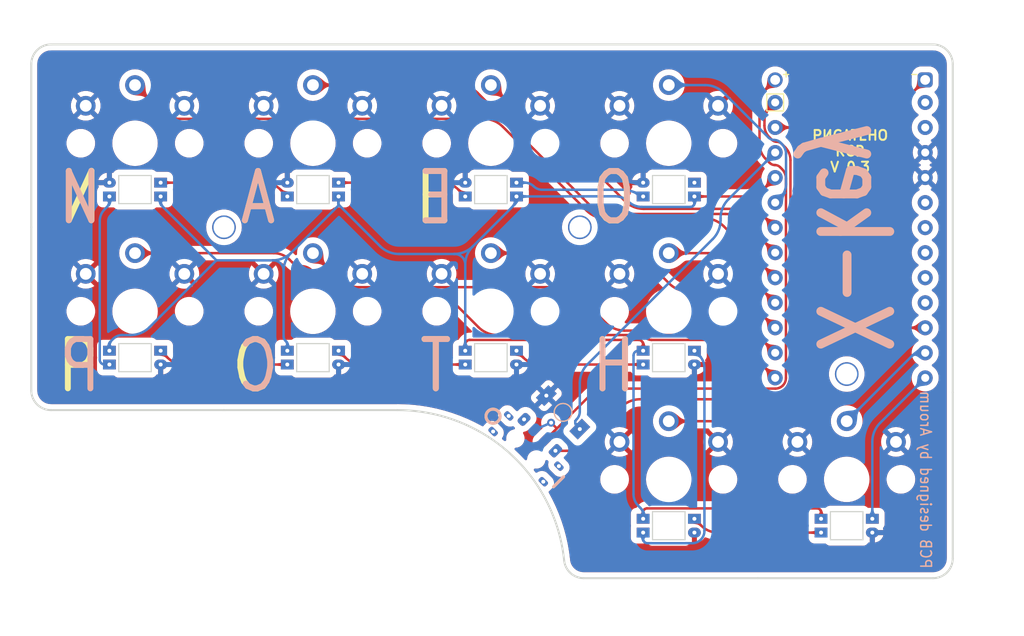
<source format=kicad_pcb>
(kicad_pcb (version 20211014) (generator pcbnew)
  (title_block (title "Enki 42 left") (date "2021-06-23") (rev "0.2") (company "Aroum"))
  (layers (0 "F.Cu" signal) (31 "B.Cu" signal) (34 "B.Paste" user) (35 "F.Paste" user) (36 "B.SilkS" user "B.Silkscreen") (37 "F.SilkS" user "F.Silkscreen") (38 "B.Mask" user) (39 "F.Mask" user) (44 "Edge.Cuts" user))
  (net 0 "")
  (net 1 "GND")
  (net 2 "reset")
  (net 3 "R1C1")
  (net 4 "R1C2")
  (net 5 "R1C3")
  (net 6 "R1C4")
  (net 7 "R2C1")
  (net 8 "R2C2")
  (net 9 "R2C3")
  (net 10 "R2C4")
  (net 11 "R3C4")
  (net 12 "R3C5")
  (net 13 "VCC")
  (net 14 "LED")
  (net 15 "Net-(LED10-Pad4)")
  (net 16 "Net-(LED1-Pad2)")
  (net 17 "Net-(LED2-Pad2)")
  (net 18 "Net-(LED3-Pad2)")
  (net 19 "Net-(LED4-Pad2)")
  (net 20 "Net-(LED5-Pad2)")
  (net 21 "Net-(LED6-Pad2)")
  (net 22 "Net-(LED7-Pad2)")
  (net 23 "Net-(LED8-Pad2)")
  (net 32 "Net-(J1-Pad1)")
  (net 33 "VBAT")
  (net 35 "Net-(J1-Pad2)")
  (footprint "PNCATEHO:SW_3x4x2_2legs_duplex" (layer "F.Cu") (at 83.0326 63.1698 135)
    (fp_text reference "RSW1")
    (fp_text value "SW_PUSH")
  )
  (footprint "PNCATEHO:ProMicro_duplex" (layer "F.Cu") (at 112.16 46.209)
    (fp_text reference "U1" hide)
    (fp_text value "ProMicro_r" hide)
  )
  (footprint "PNCATEHO:ChocV1_duplex" (layer "F.Cu") (at 75.706 52.918)
    (fp_text reference "SW7" hide)
    (fp_text value "SW_PUSH" hide)
  )
  (footprint "PNCATEHO:ChocV1_duplex" (layer "F.Cu") (at 111.806 69.968)
    (fp_text reference "SW10" hide)
    (fp_text value "SW_PUSH" hide)
  )
  (footprint "PNCATEHO:ChocV1_duplex" (layer "F.Cu") (at 93.756 69.968)
    (fp_text reference "SW9" hide)
    (fp_text value "SW_PUSH" hide)
  )
  (footprint "PNCATEHO:ChocV1_duplex" (layer "F.Cu") (at 93.756 52.918)
    (fp_text reference "SW8" hide)
    (fp_text value "SW_PUSH" hide)
  )
  (footprint "PNCATEHO:ChocV1_duplex" (layer "F.Cu") (at 93.756 35.868)
    (fp_text reference "SW4" hide)
    (fp_text value "SW_PUSH" hide)
  )
  (footprint "PNCATEHO:ChocV1_duplex" (layer "F.Cu") (at 75.706 35.868)
    (fp_text reference "SW3" hide)
    (fp_text value "SW_PUSH" hide)
  )
  (footprint "PNCATEHO:ChocV1_duplex" (layer "F.Cu") (at 39.606 52.918)
    (fp_text reference "SW5" hide)
    (fp_text value "SW_PUSH" hide)
  )
  (footprint "PNCATEHO:ChocV1_duplex" (layer "F.Cu") (at 39.606 35.868)
    (fp_text reference "SW1" hide)
    (fp_text value "SW_PUSH" hide)
  )
  (footprint "PNCATEHO:ChocV1_duplex" (layer "F.Cu") (at 57.656 35.868)
    (fp_text reference "SW2" hide)
    (fp_text value "SW_PUSH" hide)
  )
  (footprint "PNCATEHO:ChocV1_duplex" (layer "F.Cu") (at 57.656 52.918)
    (fp_text reference "SW6" hide)
    (fp_text value "SW_PUSH" hide)
  )
  (footprint "enki_lib:HOLE" (layer "F.Cu") (at 48.631 44.393)
    (fp_text reference "H1" hide)
    (fp_text value "Hole" hide)
  )
  (footprint "enki_lib:HOLE" (layer "F.Cu") (at 84.731 44.393)
    (fp_text reference "H2" hide)
    (fp_text value "Hole" hide)
  )
  (footprint "enki_lib:HOLE" (layer "F.Cu") (at 111.8108 59.2836)
    (fp_text reference "H3" hide)
    (fp_text value "Hole" hide)
  )
  (footprint "enki_lib:battery_conn" (layer "F.Cu") (at 112.16 29.441 180)
    (fp_text reference "J1" hide)
    (fp_text value "TestPoint_2Pole")
  )
  (footprint "enki_lib:switch_MSK-12C02_smd" (layer "F.Cu") (at 79.253283 66.887148 -45)
    (fp_text reference "PSW1" hide)
    (fp_text value "SW_SPDT" hide)
  )
  (footprint "PNCATEHO:YS-SK6812MINI-E_duplex" (layer "B.Cu") (at 93.756 40.568)
    (fp_text reference "LED10" hide)
    (fp_text value "YS-SK6812MINI-E" hide)
    (fp_line (start -1.65 1.425) (end -1.65 -1.425) (layer "Edge.Cuts") (width 0.12))
    (fp_line (start 1.65 -1.425) (end 1.65 1.425) (layer "Edge.Cuts") (width 0.12))
    (fp_line (start -1.65 -1.425) (end 1.65 -1.425) (layer "Edge.Cuts") (width 0.12))
    (fp_line (start 1.65 1.425) (end -1.65 1.425) (layer "Edge.Cuts") (width 0.12))
  )
  (footprint "PNCATEHO:YS-SK6812MINI-E_duplex" (layer "B.Cu") (at 111.806 74.668 180)
    (fp_text reference "LED1" hide)
    (fp_text value "YS-SK6812MINI-E" hide)
    (fp_line (start 1.65 -1.425) (end 1.65 1.425) (layer "Edge.Cuts") (width 0.12))
    (fp_line (start -1.65 -1.425) (end 1.65 -1.425) (layer "Edge.Cuts") (width 0.12))
    (fp_line (start 1.65 1.425) (end -1.65 1.425) (layer "Edge.Cuts") (width 0.12))
    (fp_line (start -1.65 1.425) (end -1.65 -1.425) (layer "Edge.Cuts") (width 0.12))
  )
  (footprint "PNCATEHO:YS-SK6812MINI-E_duplex" (layer "B.Cu") (at 93.756 74.668 180)
    (fp_text reference "LED2" hide)
    (fp_text value "YS-SK6812MINI-E" hide)
    (fp_line (start -1.65 -1.425) (end 1.65 -1.425) (layer "Edge.Cuts") (width 0.12))
    (fp_line (start 1.65 -1.425) (end 1.65 1.425) (layer "Edge.Cuts") (width 0.12))
    (fp_line (start -1.65 1.425) (end -1.65 -1.425) (layer "Edge.Cuts") (width 0.12))
    (fp_line (start 1.65 1.425) (end -1.65 1.425) (layer "Edge.Cuts") (width 0.12))
  )
  (footprint "PNCATEHO:YS-SK6812MINI-E_duplex" (layer "B.Cu") (at 93.756 57.618 180)
    (fp_text reference "LED3" hide)
    (fp_text value "YS-SK6812MINI-E" hide)
    (fp_line (start 1.65 -1.425) (end 1.65 1.425) (layer "Edge.Cuts") (width 0.12))
    (fp_line (start 1.65 1.425) (end -1.65 1.425) (layer "Edge.Cuts") (width 0.12))
    (fp_line (start -1.65 -1.425) (end 1.65 -1.425) (layer "Edge.Cuts") (width 0.12))
    (fp_line (start -1.65 1.425) (end -1.65 -1.425) (layer "Edge.Cuts") (width 0.12))
  )
  (footprint "PNCATEHO:YS-SK6812MINI-E_duplex" (layer "B.Cu") (at 75.706 57.618 180)
    (fp_text reference "LED4" hide)
    (fp_text value "YS-SK6812MINI-E" hide)
    (fp_line (start -1.65 -1.425) (end 1.65 -1.425) (layer "Edge.Cuts") (width 0.12))
    (fp_line (start -1.65 1.425) (end -1.65 -1.425) (layer "Edge.Cuts") (width 0.12))
    (fp_line (start 1.65 1.425) (end -1.65 1.425) (layer "Edge.Cuts") (width 0.12))
    (fp_line (start 1.65 -1.425) (end 1.65 1.425) (layer "Edge.Cuts") (width 0.12))
  )
  (footprint "PNCATEHO:YS-SK6812MINI-E_duplex" (layer "B.Cu") (at 57.656 57.618 180)
    (fp_text reference "LED5" hide)
    (fp_text value "YS-SK6812MINI-E" hide)
    (fp_line (start 1.65 1.425) (end -1.65 1.425) (layer "Edge.Cuts") (width 0.12))
    (fp_line (start 1.65 -1.425) (end 1.65 1.425) (layer "Edge.Cuts") (width 0.12))
    (fp_line (start -1.65 1.425) (end -1.65 -1.425) (layer "Edge.Cuts") (width 0.12))
    (fp_line (start -1.65 -1.425) (end 1.65 -1.425) (layer "Edge.Cuts") (width 0.12))
  )
  (footprint "PNCATEHO:YS-SK6812MINI-E_duplex" (layer "B.Cu") (at 39.606 57.618 180)
    (fp_text reference "LED6" hide)
    (fp_text value "YS-SK6812MINI-E" hide)
    (fp_line (start -1.65 -1.425) (end 1.65 -1.425) (layer "Edge.Cuts") (width 0.12))
    (fp_line (start -1.65 1.425) (end -1.65 -1.425) (layer "Edge.Cuts") (width 0.12))
    (fp_line (start 1.65 -1.425) (end 1.65 1.425) (layer "Edge.Cuts") (width 0.12))
    (fp_line (start 1.65 1.425) (end -1.65 1.425) (layer "Edge.Cuts") (width 0.12))
  )
  (footprint "PNCATEHO:YS-SK6812MINI-E_duplex" (layer "B.Cu") (at 39.606 40.568)
    (fp_text reference "LED7" hide)
    (fp_text value "YS-SK6812MINI-E" hide)
    (fp_line (start 1.65 -1.425) (end 1.65 1.425) (layer "Edge.Cuts") (width 0.12))
    (fp_line (start 1.65 1.425) (end -1.65 1.425) (layer "Edge.Cuts") (width 0.12))
    (fp_line (start -1.65 -1.425) (end 1.65 -1.425) (layer "Edge.Cuts") (width 0.12))
    (fp_line (start -1.65 1.425) (end -1.65 -1.425) (layer "Edge.Cuts") (width 0.12))
  )
  (footprint "PNCATEHO:YS-SK6812MINI-E_duplex" (layer "B.Cu") (at 57.656 40.568)
    (fp_text reference "LED8" hide)
    (fp_text value "YS-SK6812MINI-E" hide)
    (fp_line (start -1.65 -1.425) (end 1.65 -1.425) (layer "Edge.Cuts") (width 0.12))
    (fp_line (start 1.65 -1.425) (end 1.65 1.425) (layer "Edge.Cuts") (width 0.12))
    (fp_line (start -1.65 1.425) (end -1.65 -1.425) (layer "Edge.Cuts") (width 0.12))
    (fp_line (start 1.65 1.425) (end -1.65 1.425) (layer "Edge.Cuts") (width 0.12))
  )
  (footprint "PNCATEHO:YS-SK6812MINI-E_duplex" (layer "B.Cu") (at 75.706 40.568)
    (fp_text reference "LED9" hide)
    (fp_text value "YS-SK6812MINI-E" hide)
    (fp_line (start 1.65 -1.425) (end 1.65 1.425) (layer "Edge.Cuts") (width 0.12))
    (fp_line (start 1.65 1.425) (end -1.65 1.425) (layer "Edge.Cuts") (width 0.12))
    (fp_line (start -1.65 1.425) (end -1.65 -1.425) (layer "Edge.Cuts") (width 0.12))
    (fp_line (start -1.65 -1.425) (end 1.65 -1.425) (layer "Edge.Cuts") (width 0.12))
  )
  (gr_line (start 122.566009 77.992999) (end 122.566009 61.151251) (layer "Edge.Cuts") (width 0.2))
  (gr_line (start 102.780999 79.992999) (end 120.566009 79.992999) (layer "Edge.Cuts") (width 0.2))
  (gr_line (start 85.130669 79.992999) (end 102.780999 79.992999) (layer "Edge.Cuts") (width 0.2))
  (gr_line (start 48.631 62.942999) (end 66.231 62.942999) (layer "Edge.Cuts") (width 0.2))
  (gr_line (start 122.566009 61.151251) (end 122.566009 27.843) (layer "Edge.Cuts") (width 0.2))
  (gr_line (start 29.081 27.843) (end 29.081 44.393) (layer "Edge.Cuts") (width 0.2))
  (gr_line (start 29.081 44.393) (end 29.081 60.942999) (layer "Edge.Cuts") (width 0.2))
  (gr_line (start 31.081 62.942999) (end 48.631 62.942999) (layer "Edge.Cuts") (width 0.2))
  (gr_arc (start 66.231 62.942998) (mid 77.618263 67.320389) (end 83.141231 78.198262) (layer "Edge.Cuts") (width 0.2))
  (gr_arc (start 85.130669 79.992998) (mid 83.790992 79.478011) (end 83.141231 78.198262) (layer "Edge.Cuts") (width 0.2))
  (gr_arc (start 122.566009 77.992999) (mid 121.980223 79.407213) (end 120.566009 79.992999) (layer "Edge.Cuts") (width 0.2))
  (gr_arc (start 31.081 62.942999) (mid 29.666786 62.357213) (end 29.081 60.942999) (layer "Edge.Cuts") (width 0.2))
  (gr_line (start 31.081 25.843) (end 120.566009 25.843) (layer "Edge.Cuts") (width 0.2))
  (gr_arc (start 29.081 27.843) (mid 29.666786 26.428786) (end 31.081 25.843) (layer "Edge.Cuts") (width 0.2))
  (gr_arc (start 120.566009 25.843) (mid 121.980223 26.428786) (end 122.566009 27.843) (layer "Edge.Cuts") (width 0.2))
  (gr_text "PCB designed by Aroum\n" (at 119.8118 70.0024 -90) (layer "B.SilkS") (effects (font (size 1.1 0.99)) (justify mirror)))
  (gr_text "И" (at 34.028 41.402) (layer "B.SilkS") (effects (font (size 5 4) (thickness 0.6)) (justify mirror)))
  (gr_text "С" (at 52.078 58.452) (layer "B.SilkS") (effects (font (size 5 4) (thickness 0.6)) (justify mirror)))
  (gr_text "А" (at 52.078 41.402) (layer "B.SilkS") (effects (font (size 5 4) (thickness 0.6)) (justify mirror)))
  (gr_text "О\n" (at 88.178 41.402) (layer "B.SilkS") (effects (font (size 5 4) (thickness 0.6)) (justify mirror)))
  (gr_text "Р" (at 34.028 58.452) (layer "B.SilkS") (effects (font (size 5 4) (thickness 0.6)) (justify mirror)))
  (gr_text "Н" (at 88.178 58.452) (layer "B.SilkS") (effects (font (size 5 4) (thickness 0.6)) (justify mirror)))
  (gr_text "X-key" (at 112.3696 45.4152 270) (layer "B.SilkS") (effects (font (size 7 5) (thickness 0.9)) (justify mirror)))
  (gr_text "Т" (at 70.128 58.452) (layer "B.SilkS") (effects (font (size 5 4) (thickness 0.6)) (justify mirror)))
  (gr_text "Е\n" (at 70.128 41.402) (layer "B.SilkS") (effects (font (size 5 4) (thickness 0.6)) (justify mirror)))
  (gr_text "РИСАТЕНО\nRGB\nV 0.3" (at 112.16 36.6776) (layer "F.SilkS") (effects (font (size 1 1) (thickness 0.2))))
  (gr_text "О\n" (at 88.1595 41.4115) (layer "F.SilkS") (effects (font (size 5 4) (thickness 0.6))))
  (gr_text "Н" (at 88.1722 58.4488) (layer "F.SilkS") (effects (font (size 5 4) (thickness 0.6))))
  (gr_text "Т" (at 70.1161 58.4488) (layer "F.SilkS") (effects (font (size 5 4) (thickness 0.6))))
  (gr_text "С" (at 51.5266 58.4615) (layer "F.SilkS") (effects (font (size 5 4) (thickness 0.6))))
  (gr_text "Е\n" (at 69.9436 41.402) (layer "F.SilkS") (effects (font (size 5 4) (thickness 0.6))))
  (gr_text "А" (at 52.0854 41.3988) (layer "F.SilkS") (effects (font (size 5 4) (thickness 0.6))))
  (gr_text "И" (at 34.042 41.3861) (layer "F.SilkS") (effects (font (size 5 4) (thickness 0.6))))
  (gr_text "Р" (at 33.8388 58.4488) (layer "F.SilkS") (effects (font (size 5 4) (thickness 0.6))))
  (segment (start 99.806996 41.555403) (end 104.5514 36.811) (width 0.25) (layer "B.Cu") (net 2))
  (segment (start 85.526596 58.281503) (end 89.882522 53.925577) (width 0.25) (layer "B.Cu") (net 2))
  (segment (start 99.0101 43.668818) (end 99.0101 43.479281) (width 0.25) (layer "B.Cu") (net 2))
  (segment (start 84.401975 64.539124) (end 84.7297 64.8669) (width 0.25) (layer "B.Cu") (net 2))
  (segment (start 84.7297 60.205381) (end 84.7297 63.092562) (width 0.25) (layer "B.Cu") (net 2))
  (segment (start 98.213203 45.592696) (end 89.884077 53.921822) (width 0.25) (layer "B.Cu") (net 2))
  (arc (start 85.526596 58.281503) (mid 84.936806 59.164186) (end 84.7297 60.205381) (width 0.25) (layer "B.Cu") (net 2))
  (arc (start 89.884077 53.921822) (mid 89.883501 53.922683) (end 89.8833 53.9237) (width 0.25) (layer "B.Cu") (net 2))
  (arc (start 84.402 63.8837) (mid 84.266251 64.211407) (end 84.401975 64.539124) (width 0.25) (layer "B.Cu") (net 2))
  (arc (start 89.8833 53.9237) (mid 89.883097 53.924716) (end 89.882522 53.925577) (width 0.25) (layer "B.Cu") (net 2))
  (arc (start 99.0101 43.668818) (mid 98.802993 44.710013) (end 98.213203 45.592696) (width 0.25) (layer "B.Cu") (net 2))
  (arc (start 99.806996 41.555403) (mid 99.217206 42.438086) (end 99.0101 43.479281) (width 0.25) (layer "B.Cu") (net 2))
  (arc (start 84.7297 63.092562) (mid 84.644533 63.520722) (end 84.402 63.8837) (width 0.25) (layer "B.Cu") (net 2))
  (segment (start 99.333496 44.293096) (end 104.5514 49.511) (width 0.25) (layer "F.Cu") (net 3))
  (segment (start 85.423003 42.699303) (end 76.916496 34.192796) (width 0.25) (layer "F.Cu") (net 3))
  (segment (start 97.409618 43.4962) (end 87.346881 43.4962) (width 0.25) (layer "F.Cu") (net 3))
  (segment (start 44.160881 33.3959) (end 74.992618 33.3959) (width 0.25) (layer "F.Cu") (net 3))
  (segment (start 42.237003 32.599003) (end 39.606 29.968) (width 0.25) (layer "F.Cu") (net 3))
  (arc (start 42.237003 32.599003) (mid 43.119686 33.188793) (end 44.160881 33.3959) (width 0.25) (layer "F.Cu") (net 3))
  (arc (start 76.916496 34.192796) (mid 76.033813 33.603006) (end 74.992618 33.3959) (width 0.25) (layer "F.Cu") (net 3))
  (arc (start 85.423003 42.699303) (mid 86.305686 43.289093) (end 87.346881 43.4962) (width 0.25) (layer "F.Cu") (net 3))
  (arc (start 99.333496 44.293096) (mid 98.450813 43.703306) (end 97.409618 43.4962) (width 0.25) (layer "F.Cu") (net 3))
  (segment (start 99.497718 43.0443) (end 87.772881 43.0443) (width 0.25) (layer "F.Cu") (net 4))
  (segment (start 72.442618 29.968) (end 57.656 29.968) (width 0.25) (layer "F.Cu") (net 4))
  (segment (start 101.421596 43.841196) (end 104.5514 46.971) (width 0.25) (layer "F.Cu") (net 4))
  (segment (start 74.366496 30.764896) (end 85.849003 42.247403) (width 0.25) (layer "F.Cu") (net 4))
  (arc (start 101.421596 43.841196) (mid 100.538913 43.251406) (end 99.497718 43.0443) (width 0.25) (layer "F.Cu") (net 4))
  (arc (start 85.849003 42.247403) (mid 86.731686 42.837193) (end 87.772881 43.0443) (width 0.25) (layer "F.Cu") (net 4))
  (arc (start 74.366496 30.764896) (mid 73.483813 30.175106) (end 72.442618 29.968) (width 0.25) (layer "F.Cu") (net 4))
  (segment (start 91.229881 42.5265) (end 101.519918 42.5265) (width 0.25) (layer "F.Cu") (net 5))
  (segment (start 103.443796 43.323396) (end 104.5514 44.431) (width 0.25) (layer "F.Cu") (net 5))
  (segment (start 89.306003 41.729603) (end 82.050472 34.474072) (width 0.25) (layer "F.Cu") (net 5))
  (segment (start 78.912127 33.174127) (end 75.706 29.968) (width 0.25) (layer "F.Cu") (net 5))
  (arc (start 82.050472 34.474072) (mid 81.330529 33.993022) (end 80.4813 33.8241) (width 0.25) (layer "F.Cu") (net 5))
  (arc (start 89.306003 41.729603) (mid 90.188686 42.319393) (end 91.229881 42.5265) (width 0.25) (layer "F.Cu") (net 5))
  (arc (start 103.443796 43.323396) (mid 102.561113 42.733606) (end 101.519918 42.5265) (width 0.25) (layer "F.Cu") (net 5))
  (arc (start 78.912127 33.174127) (mid 79.632069 33.655177) (end 80.4813 33.8241) (width 0.25) (layer "F.Cu") (net 5))
  (segment (start 105.2391 35.9557) (end 105.071321 35.787921) (width 0.25) (layer "B.Cu") (net 6))
  (segment (start 105.1026 41.3398) (end 104.5514 41.891) (width 0.25) (layer "B.Cu") (net 6))
  (segment (start 99.349896 30.764896) (end 103.879078 35.294078) (width 0.25) (layer "B.Cu") (net 6))
  (segment (start 105.6538 36.956874) (end 105.6538 40.009085) (width 0.25) (layer "B.Cu") (net 6))
  (segment (start 97.426018 29.968) (end 93.756 29.968) (width 0.25) (layer "B.Cu") (net 6))
  (arc (start 105.6538 40.009085) (mid 105.510547 40.729262) (end 105.1026 41.3398) (width 0.25) (layer "B.Cu") (net 6))
  (arc (start 105.071321 35.787921) (mid 104.797818 35.605172) (end 104.4752 35.541) (width 0.25) (layer "B.Cu") (net 6))
  (arc (start 105.2391 35.9557) (mid 105.546022 36.415042) (end 105.6538 36.956874) (width 0.25) (layer "B.Cu") (net 6))
  (arc (start 99.349896 30.764896) (mid 98.467213 30.175106) (end 97.426018 29.968) (width 0.25) (layer "B.Cu") (net 6))
  (arc (start 103.879078 35.294078) (mid 104.152581 35.476827) (end 104.4752 35.541) (width 0.25) (layer "B.Cu") (net 6))
  (segment (start 76.375081 55.3266) (end 90.805487 55.3266) (width 0.25) (layer "F.Cu") (net 7))
  (segment (start 55.28385 47.68145) (end 55.537425 47.935025) (width 0.25) (layer "F.Cu") (net 7))
  (segment (start 101.499596 56.619196) (end 104.5514 59.671) (width 0.25) (layer "F.Cu") (net 7))
  (segment (start 60.958781 51.0701) (end 69.864618 51.0701) (width 0.25) (layer "F.Cu") (net 7))
  (segment (start 92.002212 55.8223) (end 99.575718 55.8223) (width 0.25) (layer "F.Cu") (net 7))
  (segment (start 74.451203 54.529703) (end 71.788496 51.866996) (width 0.25) (layer "F.Cu") (net 7))
  (segment (start 53.68214 47.018) (end 39.606 47.018) (width 0.25) (layer "F.Cu") (net 7))
  (segment (start 59.034903 50.273203) (end 57.516474 48.754774) (width 0.25) (layer "F.Cu") (net 7))
  (arc (start 59.034903 50.273203) (mid 59.917586 50.862993) (end 60.958781 51.0701) (width 0.25) (layer "F.Cu") (net 7))
  (arc (start 101.499596 56.619196) (mid 100.616913 56.029406) (end 99.575718 55.8223) (width 0.25) (layer "F.Cu") (net 7))
  (arc (start 71.788496 51.866996) (mid 70.905813 51.277206) (end 69.864618 51.0701) (width 0.25) (layer "F.Cu") (net 7))
  (arc (start 74.451203 54.529703) (mid 75.333886 55.119493) (end 76.375081 55.3266) (width 0.25) (layer "F.Cu") (net 7))
  (arc (start 55.28385 47.68145) (mid 54.548979 47.190425) (end 53.68214 47.018) (width 0.25) (layer "F.Cu") (net 7))
  (arc (start 91.40385 55.57445) (mid 91.129318 55.391014) (end 90.805487 55.3266) (width 0.25) (layer "F.Cu") (net 7))
  (arc (start 91.40385 55.57445) (mid 91.67838 55.757885) (end 92.002212 55.8223) (width 0.25) (layer "F.Cu") (net 7))
  (arc (start 55.537425 47.935025) (mid 55.991423 48.238376) (end 56.52695 48.3449) (width 0.25) (layer "F.Cu") (net 7))
  (arc (start 57.516474 48.754774) (mid 57.062476 48.451422) (end 56.52695 48.3449) (width 0.25) (layer "F.Cu") (net 7))
  (segment (start 103.543896 56.123496) (end 104.5514 57.131) (width 0.25) (layer "F.Cu") (net 8))
  (segment (start 101.620018 55.3266) (end 92.339941 55.3266) (width 0.25) (layer "F.Cu") (net 8))
  (segment (start 89.278781 54.8747) (end 91.248958 54.8747) (width 0.25) (layer "F.Cu") (net 8))
  (segment (start 82.619418 50.4693) (end 62.234281 50.4693) (width 0.25) (layer "F.Cu") (net 8))
  (segment (start 84.543296 51.266196) (end 87.354903 54.077803) (width 0.25) (layer "F.Cu") (net 8))
  (segment (start 60.310403 49.672403) (end 57.656 47.018) (width 0.25) (layer "F.Cu") (net 8))
  (arc (start 103.543896 56.123496) (mid 102.661213 55.533706) (end 101.620018 55.3266) (width 0.25) (layer "F.Cu") (net 8))
  (arc (start 87.354903 54.077803) (mid 88.237586 54.667593) (end 89.278781 54.8747) (width 0.25) (layer "F.Cu") (net 8))
  (arc (start 60.310403 49.672403) (mid 61.193086 50.262193) (end 62.234281 50.4693) (width 0.25) (layer "F.Cu") (net 8))
  (arc (start 91.79445 55.10065) (mid 92.044723 55.267877) (end 92.339941 55.3266) (width 0.25) (layer "F.Cu") (net 8))
  (arc (start 84.543296 51.266196) (mid 83.660613 50.676406) (end 82.619418 50.4693) (width 0.25) (layer "F.Cu") (net 8))
  (arc (start 91.79445 55.10065) (mid 91.544176 54.933422) (end 91.248958 54.8747) (width 0.25) (layer "F.Cu") (net 8))
  (segment (start 99.724518 50.8911) (end 95.720481 50.8911) (width 0.25) (layer "F.Cu") (net 9))
  (segment (start 91.517296 47.814896) (end 93.796603 50.094203) (width 0.25) (layer "F.Cu") (net 9))
  (segment (start 89.593418 47.018) (end 75.706 47.018) (width 0.25) (layer "F.Cu") (net 9))
  (segment (start 101.648396 51.687996) (end 104.5514 54.591) (width 0.25) (layer "F.Cu") (net 9))
  (arc (start 101.648396 51.687996) (mid 100.765713 51.098206) (end 99.724518 50.8911) (width 0.25) (layer "F.Cu") (net 9))
  (arc (start 91.517296 47.814896) (mid 90.634613 47.225106) (end 89.593418 47.018) (width 0.25) (layer "F.Cu") (net 9))
  (arc (start 93.796603 50.094203) (mid 94.679286 50.683993) (end 95.720481 50.8911) (width 0.25) (layer "F.Cu") (net 9))
  (segment (start 100.315296 47.814896) (end 104.5514 52.051) (width 0.25) (layer "F.Cu") (net 10))
  (segment (start 98.391418 47.018) (end 93.756 47.018) (width 0.25) (layer "F.Cu") (net 10))
  (arc (start 100.315296 47.814896) (mid 99.432613 47.225106) (end 98.391418 47.018) (width 0.25) (layer "F.Cu") (net 10))
  (segment (start 111.767703 55.387896) (end 103.884496 63.271103) (width 0.25) (layer "F.Cu") (net 11))
  (segment (start 101.960618 64.068) (end 93.756 64.068) (width 0.25) (layer "F.Cu") (net 11))
  (segment (start 113.691581 54.591) (end 119.7714 54.591) (width 0.25) (layer "F.Cu") (net 11))
  (arc (start 103.884496 63.271103) (mid 103.001813 63.860893) (end 101.960618 64.068) (width 0.25) (layer "F.Cu") (net 11))
  (arc (start 113.691581 54.591) (mid 112.650386 54.798106) (end 111.767703 55.387896) (width 0.25) (layer "F.Cu") (net 11))
  (segment (start 118.379405 57.494594) (end 111.806 64.068) (width 0.25) (layer "B.Cu") (net 12))
  (segment (start 119.2572 57.131) (end 119.7714 57.131) (width 0.25) (layer "B.Cu") (net 12))
  (arc (start 119.2572 57.131) (mid 118.78214 57.225495) (end 118.379405 57.494594) (width 0.25) (layer "B.Cu") (net 12))
  (segment (start 73.106 56.28117) (end 73.106 56.918) (width 0.25) (layer "F.Cu") (net 13))
  (segment (start 101.507418 41.268) (end 96.356 41.268) (width 0.25) (layer "F.Cu") (net 13))
  (segment (start 91.542488 72.9147) (end 108.819511 72.9147) (width 0.25) (layer "F.Cu") (net 13))
  (segment (start 109.206 73.301188) (end 109.206 73.968) (width 0.25) (layer "F.Cu") (net 13))
  (segment (start 103.431296 40.471103) (end 104.5514 39.351) (width 0.25) (layer "F.Cu") (net 13))
  (segment (start 91.156 56.28117) (end 91.156 56.918) (width 0.25) (layer "F.Cu") (net 13))
  (segment (start 91.156 73.301188) (end 91.156 73.968) (width 0.25) (layer "F.Cu") (net 13))
  (segment (start 90.697129 55.8223) (end 73.56487 55.8223) (width 0.25) (layer "F.Cu") (net 13))
  (arc (start 103.431296 40.471103) (mid 102.548613 41.060893) (end 101.507418 41.268) (width 0.25) (layer "F.Cu") (net 13))
  (arc (start 73.56487 55.8223) (mid 73.389268 55.857229) (end 73.2404 55.9567) (width 0.25) (layer "F.Cu") (net 13))
  (arc (start 109.0928 73.0279) (mid 109.17658 73.153285) (end 109.206 73.301188) (width 0.25) (layer "F.Cu") (net 13))
  (arc (start 73.2404 55.9567) (mid 73.140929 56.105568) (end 73.106 56.28117) (width 0.25) (layer "F.Cu") (net 13))
  (arc (start 91.2692 73.0279) (mid 91.185419 73.153285) (end 91.156 73.301188) (width 0.25) (layer "F.Cu") (net 13))
  (arc (start 91.0216 55.9567) (mid 90.872731 55.857229) (end 90.697129 55.8223) (width 0.25) (layer "F.Cu") (net 13))
  (arc (start 91.0216 55.9567) (mid 91.12107 56.105568) (end 91.156 56.28117) (width 0.25) (layer "F.Cu") (net 13))
  (arc (start 109.0928 73.0279) (mid 108.967413 72.944119) (end 108.819511 72.9147) (width 0.25) (layer "F.Cu") (net 13))
  (arc (start 91.542488 72.9147) (mid 91.394585 72.944119) (end 91.2692 73.0279) (width 0.25) (layer "F.Cu") (net 13))
  (segment (start 71.979018 47.1038) (end 66.391881 47.1038) (width 0.25) (layer "B.Cu") (net 13))
  (segment (start 96.356 41.929507) (end 96.356 41.268) (width 0.25) (layer "B.Cu") (net 13))
  (segment (start 90.66755 72.65265) (end 90.863646 72.848746) (width 0.25) (layer "B.Cu") (net 13))
  (segment (start 55.477596 46.952903) (end 60.2759 42.1546) (width 0.25) (layer "B.Cu") (net 13))
  (segment (start 37.006 56.50455) (end 37.006 56.918) (width 0.25) (layer "B.Cu") (net 13))
  (segment (start 73.902896 46.306903) (end 77.814841 42.394958) (width 0.25) (layer "B.Cu") (net 13))
  (segment (start 55.056 56.356477) (end 55.056 56.918) (width 0.25) (layer "B.Cu") (net 13))
  (segment (start 42.498355 42.38725) (end 47.860864 47.749664) (width 0.25) (layer "B.Cu") (net 13))
  (segment (start 60.256318 42.095218) (end 60.2759 42.1148) (width 0.25) (layer "B.Cu") (net 13))
  (segment (start 54.6807 55.450422) (end 54.6807 48.749799) (width 0.25) (layer "B.Cu") (net 13))
  (segment (start 73.106 48.103799) (end 73.106 56.918) (width 0.25) (layer "B.Cu") (net 13))
  (segment (start 88.321924 41.250931) (end 78.306 41.268) (width 0.25) (layer "B.Cu") (net 13))
  (segment (start 78.21045 41.68145) (end 78.306 41.268) (width 0.25) (layer "B.Cu") (net 13))
  (segment (start 90.1791 57.40645) (end 90.1791 71.473427) (width 0.25) (layer "B.Cu") (net 13))
  (segment (start 91.014476 42.3288) (end 95.956707 42.3288) (width 0.25) (layer "B.Cu") (net 13))
  (segment (start 90.66755 56.918) (end 91.156 56.918) (width 0.25) (layer "B.Cu") (net 13))
  (segment (start 91.156 73.55455) (end 91.156 73.968) (width 0.25) (layer "B.Cu") (net 13))
  (segment (start 64.468003 46.306903) (end 60.3157 42.1546) (width 0.25) (layer "B.Cu") (net 13))
  (segment (start 60.256 42.09355) (end 60.256 41.268) (width 0.25) (layer "B.Cu") (net 13))
  (segment (start 39.157018 55.3266) (end 38.311083 55.3266) (width 0.25) (layer "B.Cu") (net 13))
  (segment (start 60.2759 42.1148) (end 60.3157 42.1546) (width 0.25) (layer "B.Cu") (net 13))
  (segment (start 53.553718 47.7498) (end 47.86095 47.7498) (width 0.25) (layer "B.Cu") (net 13))
  (segment (start 60.256 42.09355) (end 60.256 42.09445) (width 0.25) (layer "B.Cu") (net 13))
  (segment (start 42.206 41.68145) (end 42.206 41.268) (width 0.25) (layer "B.Cu") (net 13))
  (segment (start 41.080896 54.529703) (end 47.860864 47.749735) (width 0.25) (layer "B.Cu") (net 13))
  (segment (start 37.388249 55.708849) (end 37.298353 55.798746) (width 0.25) (layer "B.Cu") (net 13))
  (arc (start 60.2759 42.1546) (mid 60.284142 42.1347) (end 60.2759 42.1148) (width 0.25) (layer "B.Cu") (net 13))
  (arc (start 47.860864 47.749735) (mid 47.860878 47.749699) (end 47.860864 47.749664) (width 0.25) (layer "B.Cu") (net 13))
  (arc (start 55.477596 46.952903) (mid 54.887806 47.802584) (end 54.6807 48.749799) (width 0.25) (layer "B.Cu") (net 13))
  (arc (start 54.86835 55.90345) (mid 55.007231 56.1113) (end 55.056 56.356477) (width 0.25) (layer "B.Cu") (net 13))
  (arc (start 96.23905 42.21185) (mid 96.10951 42.298405) (end 95.956707 42.3288) (width 0.25) (layer "B.Cu") (net 13))
  (arc (start 47.8609 47.74975) (mid 47.860914 47.749785) (end 47.86095 47.7498) (width 0.25) (layer "B.Cu") (net 13))
  (arc (start 41.080896 54.529703) (mid 40.198213 55.119493) (end 39.157018 55.3266) (width 0.25) (layer "B.Cu") (net 13))
  (arc (start 47.860864 47.749664) (mid 47.86089 47.749703) (end 47.8609 47.74975) (width 0.25) (layer "B.Cu") (net 13))
  (arc (start 90.66755 56.918) (mid 90.322163 57.061063) (end 90.1791 57.40645) (width 0.25) (layer "B.Cu") (net 13))
  (arc (start 38.311083 55.3266) (mid 37.811649 55.425943) (end 37.388249 55.708849) (width 0.25) (layer "B.Cu") (net 13))
  (arc (start 60.3157 42.1546) (mid 60.2958 42.146357) (end 60.2759 42.1546) (width 0.25) (layer "B.Cu") (net 13))
  (arc (start 53.553718 47.7498) (mid 54.594913 47.542693) (end 55.477596 46.952903) (width 0.25) (layer "B.Cu") (net 13))
  (arc (start 78.21045 41.68145) (mid 78.062763 42.065992) (end 77.814841 42.394958) (width 0.25) (layer "B.Cu") (net 13))
  (arc (start 90.863646 72.848746) (mid 91.080019 73.172571) (end 91.156 73.55455) (width 0.25) (layer "B.Cu") (net 13))
  (arc (start 54.6807 48.749799) (mid 54.350614 48.042692) (end 53.553718 47.7498) (width 0.25) (layer "B.Cu") (net 13))
  (arc (start 89.6682 41.7892) (mid 89.047108 41.38989) (end 88.321924 41.250931) (width 0.25) (layer "B.Cu") (net 13))
  (arc (start 37.298353 55.798746) (mid 37.08198 56.122571) (end 37.006 56.50455) (width 0.25) (layer "B.Cu") (net 13))
  (arc (start 47.8609 47.74975) (mid 47.860886 47.74973) (end 47.860864 47.749735) (width 0.25) (layer "B.Cu") (net 13))
  (arc (start 73.902896 46.306903) (mid 73.313106 47.156584) (end 73.106 48.103799) (width 0.25) (layer "B.Cu") (net 13))
  (arc (start 89.6682 41.7892) (mid 90.289281 42.188878) (end 91.014476 42.3288) (width 0.25) (layer "B.Cu") (net 13))
  (arc (start 96.356 41.929507) (mid 96.325605 42.08231) (end 96.23905 42.21185) (width 0.25) (layer "B.Cu") (net 13))
  (arc (start 71.979018 47.1038) (mid 73.020213 46.896693) (end 73.902896 46.306903) (width 0.25) (layer "B.Cu") (net 13))
  (arc (start 73.106 48.103799) (mid 72.775914 47.396692) (end 71.979018 47.1038) (width 0.25) (layer "B.Cu") (net 13))
  (arc (start 64.468003 46.306903) (mid 65.350686 46.896693) (end 66.391881 47.1038) (width 0.25) (layer "B.Cu") (net 13))
  (arc (start 60.256 42.09445) (mid 60.256082 42.094865) (end 60.256318 42.095218) (width 0.25) (layer "B.Cu") (net 13))
  (arc (start 42.206 41.68145) (mid 42.28198 42.063427) (end 42.498355 42.38725) (width 0.25) (layer "B.Cu") (net 13))
  (arc (start 90.1791 71.473427) (mid 90.306044 72.111617) (end 90.66755 72.65265) (width 0.25) (layer "B.Cu") (net 13))
  (arc (start 54.6807 55.450422) (mid 54.729468 55.695599) (end 54.86835 55.90345) (width 0.25) (layer "B.Cu") (net 13))
  (segment (start 114.406 66.163381) (end 114.406 73.968) (width 0.25) (layer "B.Cu") (net 14))
  (segment (start 115.202896 64.239503) (end 119.7714 59.671) (width 0.25) (layer "B.Cu") (net 14))
  (arc (start 115.202896 64.239503) (mid 114.613106 65.122186) (end 114.406 66.163381) (width 0.25) (layer "B.Cu") (net 14))
  (segment (start 79.143431 39.868) (end 78.306 39.868) (width 0.25) (layer "B.Cu") (net 15))
  (segment (start 90.4598 40.9286) (end 91.156 41.268) (width 0.25) (layer "B.Cu") (net 15))
  (segment (start 80.937368 40.5892) (end 88.989076 40.5892) (width 0.25) (layer "B.Cu") (net 15))
  (arc (start 90.4598 40.9286) (mid 89.743765 40.67515) (end 88.989076 40.5892) (width 0.25) (layer "B.Cu") (net 15))
  (arc (start 80.0404 40.2286) (mid 80.453998 40.495675) (end 80.937368 40.5892) (width 0.25) (layer "B.Cu") (net 15))
  (arc (start 80.0404 40.2286) (mid 79.6268 39.961524) (end 79.143431 39.868) (width 0.25) (layer "B.Cu") (net 15))
  (segment (start 98.745949 75.368) (end 109.206 75.368) (width 0.25) (layer "F.Cu") (net 16))
  (segment (start 97.056 74.668) (end 96.356 73.968) (width 0.25) (layer "F.Cu") (net 16))
  (arc (start 97.056 74.668) (mid 97.831355 75.186075) (end 98.745949 75.368) (width 0.25) (layer "F.Cu") (net 16))
  (segment (start 97.3732 58.654469) (end 97.3732 75.203962) (width 0.25) (layer "B.Cu") (net 17))
  (segment (start 91.156 76.017911) (end 91.156 75.368) (width 0.25) (layer "B.Cu") (net 17))
  (segment (start 96.131962 76.4452) (end 91.583288 76.4452) (width 0.25) (layer "B.Cu") (net 17))
  (segment (start 96.8646 57.4266) (end 96.356 56.918) (width 0.25) (layer "B.Cu") (net 17))
  (arc (start 91.156 76.017911) (mid 91.188525 76.181427) (end 91.28115 76.32005) (width 0.25) (layer "B.Cu") (net 17))
  (arc (start 91.28115 76.32005) (mid 91.419772 76.412674) (end 91.583288 76.4452) (width 0.25) (layer "B.Cu") (net 17))
  (arc (start 97.3732 75.203962) (mid 97.278716 75.678963) (end 97.00965 76.08165) (width 0.25) (layer "B.Cu") (net 17))
  (arc (start 96.8646 57.4266) (mid 97.241019 57.989951) (end 97.3732 58.654469) (width 0.25) (layer "B.Cu") (net 17))
  (arc (start 97.00965 76.08165) (mid 96.606963 76.350716) (end 96.131962 76.4452) (width 0.25) (layer "B.Cu") (net 17))
  (segment (start 80.695949 58.318) (end 91.156 58.318) (width 0.25) (layer "F.Cu") (net 18))
  (segment (start 79.006 57.618) (end 78.306 56.918) (width 0.25) (layer "F.Cu") (net 18))
  (arc (start 79.006 57.618) (mid 79.781355 58.136075) (end 80.695949 58.318) (width 0.25) (layer "F.Cu") (net 18))
  (segment (start 62.645949 58.318) (end 73.106 58.318) (width 0.25) (layer "F.Cu") (net 19))
  (segment (start 60.956 57.618) (end 60.256 56.918) (width 0.25) (layer "F.Cu") (net 19))
  (arc (start 60.956 57.618) (mid 61.731355 58.136075) (end 62.645949 58.318) (width 0.25) (layer "F.Cu") (net 19))
  (segment (start 42.906 57.618) (end 42.206 56.918) (width 0.25) (layer "F.Cu") (net 20))
  (segment (start 44.595949 58.318) (end 55.056 58.318) (width 0.25) (layer "F.Cu") (net 20))
  (arc (start 42.906 57.618) (mid 43.681355 58.136075) (end 44.595949 58.318) (width 0.25) (layer "F.Cu") (net 20))
  (segment (start 36.713646 42.387253) (end 36.51755 42.58335) (width 0.25) (layer "B.Cu") (net 21))
  (segment (start 36.51755 58.318) (end 37.006 58.318) (width 0.25) (layer "B.Cu") (net 21))
  (segment (start 37.006 41.68145) (end 37.006 41.268) (width 0.25) (layer "B.Cu") (net 21))
  (segment (start 36.0291 57.82955) (end 36.0291 43.762572) (width 0.25) (layer "B.Cu") (net 21))
  (arc (start 37.006 41.68145) (mid 36.930019 42.063427) (end 36.713646 42.387253) (width 0.25) (layer "B.Cu") (net 21))
  (arc (start 36.51755 42.58335) (mid 36.156044 43.124381) (end 36.0291 43.762572) (width 0.25) (layer "B.Cu") (net 21))
  (arc (start 36.0291 57.82955) (mid 36.172163 58.174936) (end 36.51755 58.318) (width 0.25) (layer "B.Cu") (net 21))
  (segment (start 52.66605 39.868) (end 42.206 39.868) (width 0.25) (layer "F.Cu") (net 22))
  (segment (start 54.356 40.568) (end 55.056 41.268) (width 0.25) (layer "F.Cu") (net 22))
  (arc (start 54.356 40.568) (mid 53.580644 40.049924) (end 52.66605 39.868) (width 0.25) (layer "F.Cu") (net 22))
  (segment (start 70.71605 39.868) (end 60.256 39.868) (width 0.25) (layer "F.Cu") (net 23))
  (segment (start 72.406 40.568) (end 73.106 41.268) (width 0.25) (layer "F.Cu") (net 23))
  (arc (start 72.406 40.568) (mid 71.630644 40.049924) (end 70.71605 39.868) (width 0.25) (layer "F.Cu") (net 23))
  (segment (start 103.992118 37.860418) (end 103.58745 37.45575) (width 0.25) (layer "F.Cu") (net 32))
  (segment (start 85.655403 61.556796) (end 81.2005 66.0117) (width 0.25) (layer "F.Cu") (net 32))
  (segment (start 103.7568 30.2356) (end 104.5514 29.441) (width 0.25) (layer "F.Cu") (net 32))
  (segment (start 105.2403 38.4847) (end 105.057181 38.301581) (width 0.25) (layer "F.Cu") (net 32))
  (segment (start 105.644 59.68152) (end 105.644 39.459318) (width 0.25) (layer "F.Cu") (net 32))
  (segment (start 104.56562 60.7599) (end 87.579281 60.7599) (width 0.25) (layer "F.Cu") (net 32))
  (segment (start 82.399783 64.801248) (end 81.485183 65.715848) (width 0.25) (layer "F.Cu") (net 32))
  (segment (start 81.818683 64.220148) (end 82.399783 64.801248) (width 0.25) (layer "F.Cu") (net 32))
  (segment (start 102.9622 32.153934) (end 102.9622 35.946262) (width 0.25) (layer "F.Cu") (net 32))
  (via (at 81.818683 64.220148) (size 0.8) (drill 0.4) (layers "F.Cu" "B.Cu") (net 32))
  (arc (start 105.32815 60.44405) (mid 104.978298 60.677813) (end 104.56562 60.7599) (width 0.25) (layer "F.Cu") (net 32))
  (arc (start 102.9622 35.946262) (mid 103.124697 36.763191) (end 103.58745 37.45575) (width 0.25) (layer "F.Cu") (net 32))
  (arc (start 103.992118 37.860418) (mid 104.236445 38.023672) (end 104.52465 38.081) (width 0.25) (layer "F.Cu") (net 32))
  (arc (start 105.057181 38.301581) (mid 104.812853 38.138327) (end 104.52465 38.081) (width 0.25) (layer "F.Cu") (net 32))
  (arc (start 105.2403 38.4847) (mid 105.539081 38.931858) (end 105.644 39.459318) (width 0.25) (layer "F.Cu") (net 32))
  (arc (start 105.644 59.68152) (mid 105.561913 60.094198) (end 105.32815 60.44405) (width 0.25) (layer "F.Cu") (net 32))
  (arc (start 103.7568 30.2356) (mid 103.168709 31.115739) (end 102.9622 32.153934) (width 0.25) (layer "F.Cu") (net 32))
  (arc (start 87.579281 60.7599) (mid 86.538086 60.967006) (end 85.655403 61.556796) (width 0.25) (layer "F.Cu") (net 32))
  (segment (start 80.137166 64.942604) (end 81.818683 64.220148) (width 0.25) (layer "B.Cu") (net 32))
  (segment (start 106.1011 59.248246) (end 106.1011 37.592406) (width 0.25) (layer "F.Cu") (net 33))
  (segment (start 104.222198 35.517498) (end 103.94465 35.23995) (width 0.25) (layer "F.Cu") (net 33))
  (segment (start 88.928703 62.637896) (end 85.283684 66.282915) (width 0.25) (layer "F.Cu") (net 33))
  (segment (start 90.852581 61.841) (end 103.508346 61.841) (width 0.25) (layer "F.Cu") (net 33))
  (segment (start 103.4625 34.075936) (end 103.4625 33.589868) (width 0.25) (layer "F.Cu") (net 33))
  (segment (start 105.5533 36.2699) (end 105.210101 35.926701) (width 0.25) (layer "F.Cu") (net 33))
  (segment (start 83.3777 67.0724) (end 82.2612 67.0724) (width 0.25) (layer "F.Cu") (net 33))
  (segment (start 104.00695 32.27545) (end 104.5514 31.731) (width 0.25) (layer "F.Cu") (net 33))
  (arc (start 106.1011 59.248246) (mid 105.903738 60.24045) (end 105.3417 61.0816) (width 0.25) (layer "F.Cu") (net 33))
  (arc (start 103.4625 34.075936) (mid 103.587806 34.705896) (end 103.94465 35.23995) (width 0.25) (layer "F.Cu") (net 33))
  (arc (start 105.3417 61.0816) (mid 104.50055 61.643638) (end 103.508346 61.841) (width 0.25) (layer "F.Cu") (net 33))
  (arc (start 104.00695 32.27545) (mid 103.603997 32.87851) (end 103.4625 33.589868) (width 0.25) (layer "F.Cu") (net 33))
  (arc (start 105.5533 36.2699) (mid 105.958731 36.87667) (end 106.1011 37.592406) (width 0.25) (layer "F.Cu") (net 33))
  (arc (start 105.210101 35.926701) (mid 104.983474 35.775274) (end 104.71615 35.7221) (width 0.25) (layer "F.Cu") (net 33))
  (arc (start 104.222198 35.517498) (mid 104.448825 35.668925) (end 104.71615 35.7221) (width 0.25) (layer "F.Cu") (net 33))
  (arc (start 85.283684 66.282915) (mid 84.409211 66.867219) (end 83.3777 67.0724) (width 0.25) (layer "F.Cu") (net 33))
  (arc (start 90.852581 61.841) (mid 89.811386 62.048106) (end 88.928703 62.637896) (width 0.25) (layer "F.Cu") (net 33))
  (segment (start 113.811618 34.271) (end 104.5514 34.271) (width 0.25) (layer "F.Cu") (net 35))
  (segment (start 115.735496 33.474103) (end 119.7686 29.441) (width 0.25) (layer "F.Cu") (net 35))
  (arc (start 115.735496 33.474103) (mid 114.852813 34.063893) (end 113.811618 34.271) (width 0.25) (layer "F.Cu") (net 35))
  (zone (net 1) (net_name "GND") (layers F&B.Cu) (connect_pads (clearance 0.608)) (min_thickness 0.254) (fill yes (thermal_gap 0.508) (thermal_bridge_width 0.508))
    (polygon (pts (xy 129.794 85.852) (xy 25.908 85.852) (xy 25.908 21.336) (xy 129.794 21.336)))
  )
  (zone (net 20) (net_name "Net-(LED5-Pad2)") (layer "F.Cu") (priority 16962) (connect_pads yes (clearance 0)) (min_thickness 0.0254) (fill yes (thermal_gap 0.508) (thermal_bridge_width 0.508))
    (polygon (pts (xy 42.994423 57.529647) (xy 42.91682 57.445217) (xy 42.859257 57.368161) (xy 42.818049 57.296286) (xy 42.789516 57.227398) (xy 42.769976 57.159302) (xy 42.755747 57.089803) (xy 42.743148 57.01671) (xy 42.728496 56.937826) (xy 42.70811 56.850958) (xy 42.678308 56.753913) (xy 42.029224 56.741224) (xy 42.041913 57.390308) (xy 42.138958 57.42011) (xy 42.225826 57.440496) (xy 42.30471 57.455148) (xy 42.377803 57.467747) (xy 42.447302 57.481976) (xy 42.515398 57.501516) (xy 42.584286 57.530049) (xy 42.656161 57.571257) (xy 42.733217 57.62882) (xy 42.817647 57.706423)))
  )
  (zone (net 3) (net_name "R1C1") (layer "F.Cu") (priority 16962) (connect_pads yes (clearance 0)) (min_thickness 0.0254) (fill yes (thermal_gap 0.508) (thermal_bridge_width 0.508))
    (polygon (pts (xy 41.10153 31.286753) (xy 40.943719 31.111054) (xy 40.832692 30.949442) (xy 40.759464 30.797551) (xy 40.715053 30.651017) (xy 40.690473 30.505473) (xy 40.676741 30.356555) (xy 40.664874 30.199896) (xy 40.645886 30.031132) (xy 40.610795 29.845896) (xy 40.550616 29.639825) (xy 39.252447 29.614447) (xy 39.277825 30.912616) (xy 39.483896 30.972795) (xy 39.669132 31.007886) (xy 39.837896 31.026874) (xy 39.994555 31.038741) (xy 40.143473 31.052473) (xy 40.289017 31.077053) (xy 40.435551 31.121464) (xy 40.587442 31.194692) (xy 40.749054 31.305719) (xy 40.924753 31.46353)))
  )
  (zone (net 8) (net_name "R2C2") (layer "F.Cu") (priority 16962) (connect_pads yes (clearance 0)) (min_thickness 0.0254) (fill yes (thermal_gap 0.508) (thermal_bridge_width 0.508))
    (polygon (pts (xy 103.386796 56.143172) (xy 103.507129 56.276074) (xy 103.593396 56.397988) (xy 103.652051 56.512275) (xy 103.689547 56.622295) (xy 103.712339 56.731411) (xy 103.726879 56.842983) (xy 103.739621 56.960374) (xy 103.75702 57.086944) (xy 103.785529 57.226055) (xy 103.831602 57.381069) (xy 104.820807 57.400407) (xy 104.801469 56.411202) (xy 104.646455 56.365129) (xy 104.507344 56.33662) (xy 104.380774 56.319221) (xy 104.263383 56.306479) (xy 104.151811 56.291939) (xy 104.042695 56.269147) (xy 103.932675 56.231651) (xy 103.818388 56.172996) (xy 103.696474 56.086729) (xy 103.563572 55.966396)))
  )
  (zone (net 10) (net_name "R2C4") (layer "F.Cu") (priority 16962) (connect_pads yes (clearance 0)) (min_thickness 0.0254) (fill yes (thermal_gap 0.508) (thermal_bridge_width 0.508))
    (polygon (pts (xy 95.746 46.893) (xy 95.510172 46.880351) (xy 95.317387 46.844582) (xy 95.158205 46.788959) (xy 95.023186 46.716747) (xy 94.90289 46.631212) (xy 94.787879 46.53562) (xy 94.668712 46.433237) (xy 94.535952 46.327329) (xy 94.380157 46.221161) (xy 94.191889 46.118) (xy 93.256 47.018) (xy 94.191889 47.918) (xy 94.380157 47.814838) (xy 94.535952 47.70867) (xy 94.668712 47.602762) (xy 94.787879 47.500379) (xy 94.90289 47.404787) (xy 95.023186 47.319252) (xy 95.158205 47.24704) (xy 95.317387 47.191417) (xy 95.510172 47.155648) (xy 95.746 47.143)))
  )
  (zone (net 7) (net_name "R2C1") (layer "F.Cu") (priority 16962) (connect_pads yes (clearance 0)) (min_thickness 0.0254) (fill yes (thermal_gap 0.508) (thermal_bridge_width 0.508))
    (polygon (pts (xy 41.596 46.893) (xy 41.360172 46.880351) (xy 41.167387 46.844582) (xy 41.008205 46.788959) (xy 40.873186 46.716747) (xy 40.75289 46.631212) (xy 40.637879 46.53562) (xy 40.518712 46.433237) (xy 40.385952 46.327329) (xy 40.230157 46.221161) (xy 40.041889 46.118) (xy 39.106 47.018) (xy 40.041889 47.918) (xy 40.230157 47.814838) (xy 40.385952 47.70867) (xy 40.518712 47.602762) (xy 40.637879 47.500379) (xy 40.75289 47.404787) (xy 40.873186 47.319252) (xy 41.008205 47.24704) (xy 41.167387 47.191417) (xy 41.360172 47.155648) (xy 41.596 47.143)))
  )
  (zone (net 11) (net_name "R3C4") (layer "F.Cu") (priority 16962) (connect_pads yes (clearance 0)) (min_thickness 0.0254) (fill yes (thermal_gap 0.508) (thermal_bridge_width 0.508))
    (polygon (pts (xy 95.746 63.943) (xy 95.510172 63.930351) (xy 95.317387 63.894582) (xy 95.158205 63.838959) (xy 95.023186 63.766747) (xy 94.90289 63.681212) (xy 94.787879 63.58562) (xy 94.668712 63.483237) (xy 94.535952 63.377329) (xy 94.380157 63.271161) (xy 94.191889 63.168) (xy 93.256 64.068) (xy 94.191889 64.968) (xy 94.380157 64.864838) (xy 94.535952 64.75867) (xy 94.668712 64.652762) (xy 94.787879 64.550379) (xy 94.90289 64.454787) (xy 95.023186 64.369252) (xy 95.158205 64.29704) (xy 95.317387 64.241417) (xy 95.510172 64.205648) (xy 95.746 64.193)))
  )
  (zone (net 16) (net_name "Net-(LED1-Pad2)") (layer "F.Cu") (priority 16962) (connect_pads yes (clearance 0)) (min_thickness 0.0254) (fill yes (thermal_gap 0.508) (thermal_bridge_width 0.508))
    (polygon (pts (xy 97.144423 74.579647) (xy 97.06682 74.495217) (xy 97.009257 74.418161) (xy 96.968049 74.346286) (xy 96.939516 74.277398) (xy 96.919976 74.209302) (xy 96.905747 74.139803) (xy 96.893148 74.06671) (xy 96.878496 73.987826) (xy 96.85811 73.900958) (xy 96.828308 73.803913) (xy 96.179224 73.791224) (xy 96.191913 74.440308) (xy 96.288958 74.47011) (xy 96.375826 74.490496) (xy 96.45471 74.505148) (xy 96.527803 74.517747) (xy 96.597302 74.531976) (xy 96.665398 74.551516) (xy 96.734286 74.580049) (xy 96.806161 74.621257) (xy 96.883217 74.67882) (xy 96.967647 74.756423)))
  )
  (zone (net 13) (net_name "VCC") (layer "F.Cu") (priority 16962) (connect_pads yes (clearance 0)) (min_thickness 0.0254) (fill yes (thermal_gap 0.508) (thermal_bridge_width 0.508))
    (polygon (pts (xy 103.563572 40.515604) (xy 103.696474 40.39527) (xy 103.818388 40.309003) (xy 103.932675 40.250348) (xy 104.042695 40.212852) (xy 104.151811 40.19006) (xy 104.263383 40.17552) (xy 104.380774 40.162778) (xy 104.507344 40.145379) (xy 104.646455 40.11687) (xy 104.801469 40.070798) (xy 104.820807 39.081593) (xy 103.831602 39.100931) (xy 103.785529 39.255944) (xy 103.75702 39.395055) (xy 103.739621 39.521625) (xy 103.726879 39.639016) (xy 103.712339 39.750588) (xy 103.689547 39.859704) (xy 103.652051 39.969724) (xy 103.593396 40.084011) (xy 103.507129 40.205925) (xy 103.386796 40.338828)))
  )
  (zone (net 18) (net_name "Net-(LED3-Pad2)") (layer "F.Cu") (priority 16962) (connect_pads yes (clearance 0)) (min_thickness 0.0254) (fill yes (thermal_gap 0.508) (thermal_bridge_width 0.508))
    (polygon (pts (xy 90.166 58.443) (xy 90.280574 58.447827) (xy 90.375764 58.46161) (xy 90.455726 58.483295) (xy 90.524613 58.511831) (xy 90.586581 58.546166) (xy 90.645786 58.585247) (xy 90.70638 58.628023) (xy 90.77252 58.673442) (xy 90.84836 58.720451) (xy 90.938056 58.768) (xy 91.406 58.318) (xy 90.938056 57.868) (xy 90.84836 57.915548) (xy 90.77252 57.962557) (xy 90.70638 58.007976) (xy 90.645786 58.050752) (xy 90.586581 58.089833) (xy 90.524613 58.124168) (xy 90.455726 58.152704) (xy 90.375764 58.174389) (xy 90.280574 58.188172) (xy 90.166 58.193)))
  )
  (zone (net 4) (net_name "R1C2") (layer "F.Cu") (priority 16962) (connect_pads yes (clearance 0)) (min_thickness 0.0254) (fill yes (thermal_gap 0.508) (thermal_bridge_width 0.508))
    (polygon (pts (xy 103.386796 45.983172) (xy 103.507129 46.116074) (xy 103.593396 46.237988) (xy 103.652051 46.352275) (xy 103.689547 46.462295) (xy 103.712339 46.571411) (xy 103.726879 46.682983) (xy 103.739621 46.800374) (xy 103.75702 46.926944) (xy 103.785529 47.066055) (xy 103.831602 47.221069) (xy 104.820807 47.240407) (xy 104.801469 46.251202) (xy 104.646455 46.205129) (xy 104.507344 46.17662) (xy 104.380774 46.159221) (xy 104.263383 46.146479) (xy 104.151811 46.131939) (xy 104.042695 46.109147) (xy 103.932675 46.071651) (xy 103.818388 46.012996) (xy 103.696474 45.926729) (xy 103.563572 45.806396)))
  )
  (zone (net 13) (net_name "VCC") (layer "F.Cu") (priority 16962) (connect_pads yes (clearance 0)) (min_thickness 0.0254) (fill yes (thermal_gap 0.508) (thermal_bridge_width 0.508))
    (polygon (pts (xy 108.995212 73.107089) (xy 109.050951 73.176806) (xy 109.075911 73.24141) (xy 109.074995 73.302365) (xy 109.053108 73.361139) (xy 109.015153 73.419196) (xy 108.966034 73.478003) (xy 108.910655 73.539027) (xy 108.853921 73.603732) (xy 108.800734 73.673587) (xy 108.756 73.750056) (xy 109.206 74.218) (xy 109.559553 73.614447) (xy 109.497661 73.544251) (xy 109.453417 73.477468) (xy 109.42213 73.412965) (xy 109.399111 73.349612) (xy 109.37967 73.286279) (xy 109.359117 73.221833) (xy 109.332762 73.155145) (xy 109.295916 73.085082) (xy 109.243888 73.010515) (xy 109.171989 72.930312)))
  )
  (zone (net 22) (net_name "Net-(LED7-Pad2)") (layer "F.Cu") (priority 16962) (connect_pads yes (clearance 0)) (min_thickness 0.0254) (fill yes (thermal_gap 0.508) (thermal_bridge_width 0.508))
    (polygon (pts (xy 54.267577 40.656353) (xy 54.345179 40.740782) (xy 54.402742 40.817838) (xy 54.44395 40.889713) (xy 54.472483 40.958601) (xy 54.492023 41.026697) (xy 54.506252 41.096196) (xy 54.518851 41.169289) (xy 54.533503 41.248173) (xy 54.553889 41.335041) (xy 54.583692 41.432087) (xy 55.232776 41.444776) (xy 55.220087 40.795692) (xy 55.123041 40.765889) (xy 55.036173 40.745503) (xy 54.957289 40.730851) (xy 54.884196 40.718252) (xy 54.814697 40.704023) (xy 54.746601 40.684483) (xy 54.677713 40.65595) (xy 54.605838 40.614742) (xy 54.528782 40.557179) (xy 54.444353 40.479577)))
  )
  (zone (net 9) (net_name "R2C3") (layer "F.Cu") (priority 16962) (connect_pads yes (clearance 0)) (min_thickness 0.0254) (fill yes (thermal_gap 0.508) (thermal_bridge_width 0.508))
    (polygon (pts (xy 77.696 46.893) (xy 77.460172 46.880351) (xy 77.267387 46.844582) (xy 77.108205 46.788959) (xy 76.973186 46.716747) (xy 76.85289 46.631212) (xy 76.737879 46.53562) (xy 76.618712 46.433237) (xy 76.485952 46.327329) (xy 76.330157 46.221161) (xy 76.141889 46.118) (xy 75.206 47.018) (xy 76.141889 47.918) (xy 76.330157 47.814838) (xy 76.485952 47.70867) (xy 76.618712 47.602762) (xy 76.737879 47.500379) (xy 76.85289 47.404787) (xy 76.973186 47.319252) (xy 77.108205 47.24704) (xy 77.267387 47.191417) (xy 77.460172 47.155648) (xy 77.696 47.143)))
  )
  (zone (net 4) (net_name "R1C2") (layer "F.Cu") (priority 16962) (connect_pads yes (clearance 0)) (min_thickness 0.0254) (fill yes (thermal_gap 0.508) (thermal_bridge_width 0.508))
    (polygon (pts (xy 59.646 29.843) (xy 59.410172 29.830351) (xy 59.217387 29.794582) (xy 59.058205 29.738959) (xy 58.923186 29.666747) (xy 58.80289 29.581212) (xy 58.687879 29.48562) (xy 58.568712 29.383237) (xy 58.435952 29.277329) (xy 58.280157 29.171161) (xy 58.091889 29.068) (xy 57.156 29.968) (xy 58.091889 30.868) (xy 58.280157 30.764838) (xy 58.435952 30.65867) (xy 58.568712 30.552762) (xy 58.687879 30.450379) (xy 58.80289 30.354787) (xy 58.923186 30.269252) (xy 59.058205 30.19704) (xy 59.217387 30.141417) (xy 59.410172 30.105648) (xy 59.646 30.093)))
  )
  (zone (net 35) (net_name "Net-(J1-Pad2)") (layer "F.Cu") (priority 16962) (connect_pads yes (clearance 0)) (min_thickness 0.0254) (fill yes (thermal_gap 0.508) (thermal_bridge_width 0.508))
    (polygon (pts (xy 118.780772 30.605604) (xy 118.913674 30.48527) (xy 119.035588 30.399003) (xy 119.149875 30.340348) (xy 119.259895 30.302852) (xy 119.369011 30.28006) (xy 119.480583 30.26552) (xy 119.597974 30.252778) (xy 119.724544 30.235379) (xy 119.863655 30.20687) (xy 120.018669 30.160798) (xy 120.038007 29.171593) (xy 119.048802 29.190931) (xy 119.002729 29.345944) (xy 118.97422 29.485055) (xy 118.956821 29.611625) (xy 118.944079 29.729016) (xy 118.929539 29.840588) (xy 118.906747 29.949704) (xy 118.869251 30.059724) (xy 118.810596 30.174011) (xy 118.724329 30.295925) (xy 118.603996 30.428828)))
  )
  (zone (net 35) (net_name "Net-(J1-Pad2)") (layer "F.Cu") (priority 16962) (connect_pads yes (clearance 0)) (min_thickness 0.0254) (fill yes (thermal_gap 0.508) (thermal_bridge_width 0.508))
    (polygon (pts (xy 106.0734 34.146) (xy 105.894334 34.137112) (xy 105.747128 34.111906) (xy 105.62484 34.072568) (xy 105.520529 34.021286) (xy 105.427257 33.960245) (xy 105.338082 33.891633) (xy 105.246064 33.817635) (xy 105.144262 33.74044) (xy 105.025737 33.662232) (xy 104.883548 33.5852) (xy 104.1704 34.271) (xy 104.883548 34.9568) (xy 105.025737 34.879767) (xy 105.144262 34.801559) (xy 105.246064 34.724364) (xy 105.338082 34.650366) (xy 105.427257 34.581754) (xy 105.520529 34.520713) (xy 105.62484 34.469431) (xy 105.747128 34.430093) (xy 105.894334 34.404887) (xy 106.0734 34.396)))
  )
  (zone (net 5) (net_name "R1C3") (layer "F.Cu") (priority 16962) (connect_pads yes (clearance 0)) (min_thickness 0.0254) (fill yes (thermal_gap 0.508) (thermal_bridge_width 0.508))
    (polygon (pts (xy 77.20153 31.286753) (xy 77.043719 31.111054) (xy 76.932692 30.949442) (xy 76.859464 30.797551) (xy 76.815053 30.651017) (xy 76.790473 30.505473) (xy 76.776741 30.356555) (xy 76.764874 30.199896) (xy 76.745886 30.031132) (xy 76.710795 29.845896) (xy 76.650616 29.639825) (xy 75.352447 29.614447) (xy 75.377825 30.912616) (xy 75.583896 30.972795) (xy 75.769132 31.007886) (xy 75.937896 31.026874) (xy 76.094555 31.038741) (xy 76.243473 31.052473) (xy 76.389017 31.077053) (xy 76.535551 31.121464) (xy 76.687442 31.194692) (xy 76.849054 31.305719) (xy 77.024753 31.46353)))
  )
  (zone (net 22) (net_name "Net-(LED7-Pad2)") (layer "F.Cu") (priority 16962) (connect_pads yes (clearance 0)) (min_thickness 0.0254) (fill yes (thermal_gap 0.508) (thermal_bridge_width 0.508))
    (polygon (pts (xy 43.196 39.743) (xy 43.081425 39.738172) (xy 42.986235 39.724389) (xy 42.906273 39.702704) (xy 42.837386 39.674168) (xy 42.775418 39.639833) (xy 42.716213 39.600752) (xy 42.655619 39.557976) (xy 42.589479 39.512557) (xy 42.513639 39.465548) (xy 42.423944 39.418) (xy 41.956 39.868) (xy 42.423944 40.318) (xy 42.513639 40.270451) (xy 42.589479 40.223442) (xy 42.655619 40.178023) (xy 42.716213 40.135247) (xy 42.775418 40.096166) (xy 42.837386 40.061831) (xy 42.906273 40.033295) (xy 42.986235 40.01161) (xy 43.081425 39.997827) (xy 43.196 39.993)))
  )
  (zone (net 13) (net_name "VCC") (layer "F.Cu") (priority 16962) (connect_pads yes (clearance 0)) (min_thickness 0.0254) (fill yes (thermal_gap 0.508) (thermal_bridge_width 0.508))
    (polygon (pts (xy 90.945212 56.057089) (xy 91.000951 56.126806) (xy 91.025911 56.19141) (xy 91.024995 56.252365) (xy 91.003108 56.311139) (xy 90.965153 56.369196) (xy 90.916034 56.428003) (xy 90.860655 56.489027) (xy 90.803921 56.553732) (xy 90.750734 56.623587) (xy 90.706 56.700056) (xy 91.156 57.168) (xy 91.509553 56.564447) (xy 91.447661 56.494251) (xy 91.403417 56.427468) (xy 91.37213 56.362965) (xy 91.349111 56.299612) (xy 91.32967 56.236279) (xy 91.309117 56.171833) (xy 91.282762 56.105145) (xy 91.245916 56.035082) (xy 91.193888 55.960515) (xy 91.121989 55.880312)))
  )
  (zone (net 20) (net_name "Net-(LED5-Pad2)") (layer "F.Cu") (priority 16962) (connect_pads yes (clearance 0)) (min_thickness 0.0254) (fill yes (thermal_gap 0.508) (thermal_bridge_width 0.508))
    (polygon (pts (xy 54.066 58.443) (xy 54.180574 58.447827) (xy 54.275764 58.46161) (xy 54.355726 58.483295) (xy 54.424613 58.511831) (xy 54.486581 58.546166) (xy 54.545786 58.585247) (xy 54.60638 58.628023) (xy 54.67252 58.673442) (xy 54.74836 58.720451) (xy 54.838056 58.768) (xy 55.306 58.318) (xy 54.838056 57.868) (xy 54.74836 57.915548) (xy 54.67252 57.962557) (xy 54.60638 58.007976) (xy 54.545786 58.050752) (xy 54.486581 58.089833) (xy 54.424613 58.124168) (xy 54.355726 58.152704) (xy 54.275764 58.174389) (xy 54.180574 58.188172) (xy 54.066 58.193)))
  )
  (zone (net 13) (net_name "VCC") (layer "F.Cu") (priority 16962) (connect_pads yes (clearance 0)) (min_thickness 0.0254) (fill yes (thermal_gap 0.508) (thermal_bridge_width 0.508))
    (polygon (pts (xy 73.140011 55.880312) (xy 73.068111 55.960515) (xy 73.016083 56.035082) (xy 72.979237 56.105145) (xy 72.952882 56.171833) (xy 72.932329 56.236279) (xy 72.912888 56.299612) (xy 72.889869 56.362965) (xy 72.858582 56.427468) (xy 72.814338 56.494251) (xy 72.752447 56.564447) (xy 73.106 57.168) (xy 73.556 56.700056) (xy 73.511265 56.623587) (xy 73.458078 56.553732) (xy 73.401344 56.489027) (xy 73.345965 56.428003) (xy 73.296846 56.369196) (xy 73.258891 56.311139) (xy 73.237004 56.252365) (xy 73.236088 56.19141) (xy 73.261048 56.126806) (xy 73.316788 56.057089)))
  )
  (zone (net 23) (net_name "Net-(LED8-Pad2)") (layer "F.Cu") (priority 16962) (connect_pads yes (clearance 0)) (min_thickness 0.0254) (fill yes (thermal_gap 0.508) (thermal_bridge_width 0.508))
    (polygon (pts (xy 72.317577 40.656353) (xy 72.395179 40.740782) (xy 72.452742 40.817838) (xy 72.49395 40.889713) (xy 72.522483 40.958601) (xy 72.542023 41.026697) (xy 72.556252 41.096196) (xy 72.568851 41.169289) (xy 72.583503 41.248173) (xy 72.603889 41.335041) (xy 72.633692 41.432087) (xy 73.282776 41.444776) (xy 73.270087 40.795692) (xy 73.173041 40.765889) (xy 73.086173 40.745503) (xy 73.007289 40.730851) (xy 72.934196 40.718252) (xy 72.864697 40.704023) (xy 72.796601 40.684483) (xy 72.727713 40.65595) (xy 72.655838 40.614742) (xy 72.578782 40.557179) (xy 72.494353 40.479577)))
  )
  (zone (net 32) (net_name "Net-(J1-Pad1)") (layer "F.Cu") (priority 16962) (connect_pads yes (clearance 0)) (min_thickness 0.0254) (fill yes (thermal_gap 0.508) (thermal_bridge_width 0.508))
    (polygon (pts (xy 103.563572 30.605604) (xy 103.696474 30.48527) (xy 103.818388 30.399003) (xy 103.932675 30.340348) (xy 104.042695 30.302852) (xy 104.151811 30.28006) (xy 104.263383 30.26552) (xy 104.380774 30.252778) (xy 104.507344 30.235379) (xy 104.646455 30.20687) (xy 104.801469 30.160798) (xy 104.820807 29.171593) (xy 103.831602 29.190931) (xy 103.785529 29.345944) (xy 103.75702 29.485055) (xy 103.739621 29.611625) (xy 103.726879 29.729016) (xy 103.712339 29.840588) (xy 103.689547 29.949704) (xy 103.652051 30.059724) (xy 103.593396 30.174011) (xy 103.507129 30.295925) (xy 103.386796 30.428828)))
  )
  (zone (net 11) (net_name "R3C4") (layer "F.Cu") (priority 16962) (connect_pads yes (clearance 0)) (min_thickness 0.0254) (fill yes (thermal_gap 0.508) (thermal_bridge_width 0.508))
    (polygon (pts (xy 118.2494 54.716) (xy 118.428465 54.724887) (xy 118.575671 54.750093) (xy 118.697959 54.789431) (xy 118.80227 54.840713) (xy 118.895542 54.901754) (xy 118.984717 54.970366) (xy 119.076735 55.044364) (xy 119.178537 55.121559) (xy 119.297062 55.199767) (xy 119.439252 55.2768) (xy 120.1524 54.591) (xy 119.439252 53.9052) (xy 119.297062 53.982232) (xy 119.178537 54.06044) (xy 119.076735 54.137635) (xy 118.984717 54.211633) (xy 118.895542 54.280245) (xy 118.80227 54.341286) (xy 118.697959 54.392568) (xy 118.575671 54.431906) (xy 118.428465 54.457112) (xy 118.2494 54.466)))
  )
  (zone (net 13) (net_name "VCC") (layer "F.Cu") (priority 16962) (connect_pads yes (clearance 0)) (min_thickness 0.0254) (fill yes (thermal_gap 0.508) (thermal_bridge_width 0.508))
    (polygon (pts (xy 97.346 41.143) (xy 97.231425 41.138172) (xy 97.136235 41.124389) (xy 97.056273 41.102704) (xy 96.987386 41.074168) (xy 96.925418 41.039833) (xy 96.866213 41.000752) (xy 96.805619 40.957976) (xy 96.739479 40.912557) (xy 96.663639 40.865548) (xy 96.573944 40.818) (xy 96.106 41.268) (xy 96.573944 41.718) (xy 96.663639 41.670451) (xy 96.739479 41.623442) (xy 96.805619 41.578023) (xy 96.866213 41.535247) (xy 96.925418 41.496166) (xy 96.987386 41.461831) (xy 97.056273 41.433295) (xy 97.136235 41.41161) (xy 97.231425 41.397827) (xy 97.346 41.393)))
  )
  (zone (net 8) (net_name "R2C2") (layer "F.Cu") (priority 16962) (connect_pads yes (clearance 0)) (min_thickness 0.0254) (fill yes (thermal_gap 0.508) (thermal_bridge_width 0.508))
    (polygon (pts (xy 59.15153 48.336753) (xy 58.993719 48.161054) (xy 58.882692 47.999442) (xy 58.809464 47.847551) (xy 58.765053 47.701017) (xy 58.740473 47.555473) (xy 58.726741 47.406555) (xy 58.714874 47.249896) (xy 58.695886 47.081132) (xy 58.660795 46.895896) (xy 58.600616 46.689825) (xy 57.302447 46.664447) (xy 57.327825 47.962616) (xy 57.533896 48.022795) (xy 57.719132 48.057886) (xy 57.887896 48.076874) (xy 58.044555 48.088741) (xy 58.193473 48.102473) (xy 58.339017 48.127053) (xy 58.485551 48.171464) (xy 58.637442 48.244692) (xy 58.799054 48.355719) (xy 58.974753 48.51353)))
  )
  (zone (net 10) (net_name "R2C4") (layer "F.Cu") (priority 16962) (connect_pads yes (clearance 0)) (min_thickness 0.0254) (fill yes (thermal_gap 0.508) (thermal_bridge_width 0.508))
    (polygon (pts (xy 103.386796 51.063172) (xy 103.507129 51.196074) (xy 103.593396 51.317988) (xy 103.652051 51.432275) (xy 103.689547 51.542295) (xy 103.712339 51.651411) (xy 103.726879 51.762983) (xy 103.739621 51.880374) (xy 103.75702 52.006944) (xy 103.785529 52.146055) (xy 103.831602 52.301069) (xy 104.820807 52.320407) (xy 104.801469 51.331202) (xy 104.646455 51.285129) (xy 104.507344 51.25662) (xy 104.380774 51.239221) (xy 104.263383 51.226479) (xy 104.151811 51.211939) (xy 104.042695 51.189147) (xy 103.932675 51.151651) (xy 103.818388 51.092996) (xy 103.696474 51.006729) (xy 103.563572 50.886396)))
  )
  (zone (net 19) (net_name "Net-(LED4-Pad2)") (layer "F.Cu") (priority 16962) (connect_pads yes (clearance 0)) (min_thickness 0.0254) (fill yes (thermal_gap 0.508) (thermal_bridge_width 0.508))
    (polygon (pts (xy 61.044423 57.529647) (xy 60.96682 57.445217) (xy 60.909257 57.368161) (xy 60.868049 57.296286) (xy 60.839516 57.227398) (xy 60.819976 57.159302) (xy 60.805747 57.089803) (xy 60.793148 57.01671) (xy 60.778496 56.937826) (xy 60.75811 56.850958) (xy 60.728308 56.753913) (xy 60.079224 56.741224) (xy 60.091913 57.390308) (xy 60.188958 57.42011) (xy 60.275826 57.440496) (xy 60.35471 57.455148) (xy 60.427803 57.467747) (xy 60.497302 57.481976) (xy 60.565398 57.501516) (xy 60.634286 57.530049) (xy 60.706161 57.571257) (xy 60.783217 57.62882) (xy 60.867647 57.706423)))
  )
  (zone (net 3) (net_name "R1C1") (layer "F.Cu") (priority 16962) (connect_pads yes (clearance 0)) (min_thickness 0.0254) (fill yes (thermal_gap 0.508) (thermal_bridge_width 0.508))
    (polygon (pts (xy 103.386796 48.523172) (xy 103.507129 48.656074) (xy 103.593396 48.777988) (xy 103.652051 48.892275) (xy 103.689547 49.002295) (xy 103.712339 49.111411) (xy 103.726879 49.222983) (xy 103.739621 49.340374) (xy 103.75702 49.466944) (xy 103.785529 49.606055) (xy 103.831602 49.761069) (xy 104.820807 49.780407) (xy 104.801469 48.791202) (xy 104.646455 48.745129) (xy 104.507344 48.71662) (xy 104.380774 48.699221) (xy 104.263383 48.686479) (xy 104.151811 48.671939) (xy 104.042695 48.649147) (xy 103.932675 48.611651) (xy 103.818388 48.552996) (xy 103.696474 48.466729) (xy 103.563572 48.346396)))
  )
  (zone (net 23) (net_name "Net-(LED8-Pad2)") (layer "F.Cu") (priority 16962) (connect_pads yes (clearance 0)) (min_thickness 0.0254) (fill yes (thermal_gap 0.508) (thermal_bridge_width 0.508))
    (polygon (pts (xy 61.246 39.743) (xy 61.131425 39.738172) (xy 61.036235 39.724389) (xy 60.956273 39.702704) (xy 60.887386 39.674168) (xy 60.825418 39.639833) (xy 60.766213 39.600752) (xy 60.705619 39.557976) (xy 60.639479 39.512557) (xy 60.563639 39.465548) (xy 60.473944 39.418) (xy 60.006 39.868) (xy 60.473944 40.318) (xy 60.563639 40.270451) (xy 60.639479 40.223442) (xy 60.705619 40.178023) (xy 60.766213 40.135247) (xy 60.825418 40.096166) (xy 60.887386 40.061831) (xy 60.956273 40.033295) (xy 61.036235 40.01161) (xy 61.131425 39.997827) (xy 61.246 39.993)))
  )
  (zone (net 18) (net_name "Net-(LED3-Pad2)") (layer "F.Cu") (priority 16962) (connect_pads yes (clearance 0)) (min_thickness 0.0254) (fill yes (thermal_gap 0.508) (thermal_bridge_width 0.508))
    (polygon (pts (xy 79.094423 57.529647) (xy 79.01682 57.445217) (xy 78.959257 57.368161) (xy 78.918049 57.296286) (xy 78.889516 57.227398) (xy 78.869976 57.159302) (xy 78.855747 57.089803) (xy 78.843148 57.01671) (xy 78.828496 56.937826) (xy 78.80811 56.850958) (xy 78.778308 56.753913) (xy 78.129224 56.741224) (xy 78.141913 57.390308) (xy 78.238958 57.42011) (xy 78.325826 57.440496) (xy 78.40471 57.455148) (xy 78.477803 57.467747) (xy 78.547302 57.481976) (xy 78.615398 57.501516) (xy 78.684286 57.530049) (xy 78.756161 57.571257) (xy 78.833217 57.62882) (xy 78.917647 57.706423)))
  )
  (zone (net 7) (net_name "R2C1") (layer "F.Cu") (priority 16962) (connect_pads yes (clearance 0)) (min_thickness 0.0254) (fill yes (thermal_gap 0.508) (thermal_bridge_width 0.508))
    (polygon (pts (xy 103.386796 58.683172) (xy 103.507129 58.816074) (xy 103.593396 58.937988) (xy 103.652051 59.052275) (xy 103.689547 59.162295) (xy 103.712339 59.271411) (xy 103.726879 59.382983) (xy 103.739621 59.500374) (xy 103.75702 59.626944) (xy 103.785529 59.766055) (xy 103.831602 59.921069) (xy 104.820807 59.940407) (xy 104.801469 58.951202) (xy 104.646455 58.905129) (xy 104.507344 58.87662) (xy 104.380774 58.859221) (xy 104.263383 58.846479) (xy 104.151811 58.831939) (xy 104.042695 58.809147) (xy 103.932675 58.771651) (xy 103.818388 58.712996) (xy 103.696474 58.626729) (xy 103.563572 58.506396)))
  )
  (zone (net 19) (net_name "Net-(LED4-Pad2)") (layer "F.Cu") (priority 16962) (connect_pads yes (clearance 0)) (min_thickness 0.0254) (fill yes (thermal_gap 0.508) (thermal_bridge_width 0.508))
    (polygon (pts (xy 72.116 58.443) (xy 72.230574 58.447827) (xy 72.325764 58.46161) (xy 72.405726 58.483295) (xy 72.474613 58.511831) (xy 72.536581 58.546166) (xy 72.595786 58.585247) (xy 72.65638 58.628023) (xy 72.72252 58.673442) (xy 72.79836 58.720451) (xy 72.888056 58.768) (xy 73.356 58.318) (xy 72.888056 57.868) (xy 72.79836 57.915548) (xy 72.72252 57.962557) (xy 72.65638 58.007976) (xy 72.595786 58.050752) (xy 72.536581 58.089833) (xy 72.474613 58.124168) (xy 72.405726 58.152704) (xy 72.325764 58.174389) (xy 72.230574 58.188172) (xy 72.116 58.193)))
  )
  (zone (net 16) (net_name "Net-(LED1-Pad2)") (layer "F.Cu") (priority 16962) (connect_pads yes (clearance 0)) (min_thickness 0.0254) (fill yes (thermal_gap 0.508) (thermal_bridge_width 0.508))
    (polygon (pts (xy 108.216 75.493) (xy 108.330574 75.497827) (xy 108.425764 75.51161) (xy 108.505726 75.533295) (xy 108.574613 75.561831) (xy 108.636581 75.596166) (xy 108.695786 75.635247) (xy 108.75638 75.678023) (xy 108.82252 75.723442) (xy 108.89836 75.770451) (xy 108.988056 75.818) (xy 109.456 75.368) (xy 108.988056 74.918) (xy 108.89836 74.965548) (xy 108.82252 75.012557) (xy 108.75638 75.057976) (xy 108.695786 75.100752) (xy 108.636581 75.139833) (xy 108.574613 75.174168) (xy 108.505726 75.202704) (xy 108.425764 75.224389) (xy 108.330574 75.238172) (xy 108.216 75.243)))
  )
  (zone (net 9) (net_name "R2C3") (layer "F.Cu") (priority 16962) (connect_pads yes (clearance 0)) (min_thickness 0.0254) (fill yes (thermal_gap 0.508) (thermal_bridge_width 0.508))
    (polygon (pts (xy 103.386796 53.603172) (xy 103.507129 53.736074) (xy 103.593396 53.857988) (xy 103.652051 53.972275) (xy 103.689547 54.082295) (xy 103.712339 54.191411) (xy 103.726879 54.302983) (xy 103.739621 54.420374) (xy 103.75702 54.546944) (xy 103.785529 54.686055) (xy 103.831602 54.841069) (xy 104.820807 54.860407) (xy 104.801469 53.871202) (xy 104.646455 53.825129) (xy 104.507344 53.79662) (xy 104.380774 53.779221) (xy 104.263383 53.766479) (xy 104.151811 53.751939) (xy 104.042695 53.729147) (xy 103.932675 53.691651) (xy 103.818388 53.632996) (xy 103.696474 53.546729) (xy 103.563572 53.426396)))
  )
  (zone (net 13) (net_name "VCC") (layer "F.Cu") (priority 16962) (connect_pads yes (clearance 0)) (min_thickness 0.0254) (fill yes (thermal_gap 0.508) (thermal_bridge_width 0.508))
    (polygon (pts (xy 91.190011 72.930312) (xy 91.118111 73.010515) (xy 91.066083 73.085082) (xy 91.029237 73.155145) (xy 91.002882 73.221833) (xy 90.982329 73.286279) (xy 90.962888 73.349612) (xy 90.939869 73.412965) (xy 90.908582 73.477468) (xy 90.864338 73.544251) (xy 90.802447 73.614447) (xy 91.156 74.218) (xy 91.606 73.750056) (xy 91.561265 73.673587) (xy 91.508078 73.603732) (xy 91.451344 73.539027) (xy 91.395965 73.478003) (xy 91.346846 73.419196) (xy 91.308891 73.361139) (xy 91.287004 73.302365) (xy 91.286088 73.24141) (xy 91.311048 73.176806) (xy 91.366788 73.107089)))
  )
  (zone (net 5) (net_name "R1C3") (layer "F.Cu") (priority 16962) (connect_pads yes (clearance 0)) (min_thickness 0.0254) (fill yes (thermal_gap 0.508) (thermal_bridge_width 0.508))
    (polygon (pts (xy 103.386796 43.443172) (xy 103.507129 43.576074) (xy 103.593396 43.697988) (xy 103.652051 43.812275) (xy 103.689547 43.922295) (xy 103.712339 44.031411) (xy 103.726879 44.142983) (xy 103.739621 44.260374) (xy 103.75702 44.386944) (xy 103.785529 44.526055) (xy 103.831602 44.681069) (xy 104.820807 44.700407) (xy 104.801469 43.711202) (xy 104.646455 43.665129) (xy 104.507344 43.63662) (xy 104.380774 43.619221) (xy 104.263383 43.606479) (xy 104.151811 43.591939) (xy 104.042695 43.569147) (xy 103.932675 43.531651) (xy 103.818388 43.472996) (xy 103.696474 43.386729) (xy 103.563572 43.266396)))
  )
  (zone (net 33) (net_name "VBAT") (layer "F.Cu") (priority 16962) (connect_pads yes (clearance 0)) (min_thickness 0.0254) (fill yes (thermal_gap 0.508) (thermal_bridge_width 0.508))
    (polygon (pts (xy 103.563572 32.895604) (xy 103.696474 32.77527) (xy 103.818388 32.689003) (xy 103.932675 32.630348) (xy 104.042695 32.592852) (xy 104.151811 32.57006) (xy 104.263383 32.55552) (xy 104.380774 32.542778) (xy 104.507344 32.525379) (xy 104.646455 32.49687) (xy 104.801469 32.450798) (xy 104.820807 31.461593) (xy 103.831602 31.480931) (xy 103.785529 31.635944) (xy 103.75702 31.775055) (xy 103.739621 31.901625) (xy 103.726879 32.019016) (xy 103.712339 32.130588) (xy 103.689547 32.239704) (xy 103.652051 32.349724) (xy 103.593396 32.464011) (xy 103.507129 32.585925) (xy 103.386796 32.718828)))
  )
  (zone (net 13) (net_name "VCC") (layer "B.Cu") (priority 16962) (connect_pads yes (clearance 0)) (min_thickness 0.0254) (fill yes (thermal_gap 0.508) (thermal_bridge_width 0.508))
    (polygon (pts (xy 42.416788 42.128909) (xy 42.361048 42.059191) (xy 42.336088 41.994588) (xy 42.337003 41.933633) (xy 42.358891 41.87486) (xy 42.396846 41.816803) (xy 42.445965 41.757996) (xy 42.501344 41.696972) (xy 42.558078 41.632266) (xy 42.611265 41.562412) (xy 42.656 41.485944) (xy 42.206 41.018) (xy 41.85245 41.621556) (xy 41.914341 41.69175) (xy 41.958585 41.758533) (xy 41.989872 41.823036) (xy 42.01289 41.886388) (xy 42.032331 41.949722) (xy 42.052884 42.014167) (xy 42.079238 42.080856) (xy 42.116085 42.150918) (xy 42.168113 42.225485) (xy 42.240013 42.305688)))
  )
  (zone (net 13) (net_name "VCC") (layer "B.Cu") (priority 16962) (connect_pads yes (clearance 0)) (min_thickness 0.0254) (fill yes (thermal_gap 0.508) (thermal_bridge_width 0.508))
    (polygon (pts (xy 60.384188 42.046312) (xy 60.358368 42.011526) (xy 60.344626 41.973366) (xy 60.340862 41.933454) (xy 60.344978 41.893411) (xy 60.354874 41.854857) (xy 60.368451 41.819414) (xy 60.38361 41.788702) (xy 60.398251 41.764344) (xy 60.410276 41.747959) (xy 60.417585 41.74117) (xy 60.256 41.018) (xy 60.094415 41.74117) (xy 60.098406 41.751834) (xy 60.09814 41.777485) (xy 60.095823 41.815629) (xy 60.093659 41.863774) (xy 60.093855 41.919428) (xy 60.098615 41.980098) (xy 60.110146 42.043291) (xy 60.130652 42.106515) (xy 60.162338 42.167278) (xy 60.207412 42.223088)))
  )
  (zone (net 13) (net_name "VCC") (layer "B.Cu") (priority 16962) (connect_pads yes (clearance 0)) (min_thickness 0.0254) (fill yes (thermal_gap 0.508) (thermal_bridge_width 0.508))
    (polygon (pts (xy 79.295785 41.141314) (xy 79.181202 41.136681) (xy 79.085989 41.12306) (xy 79.00599 41.101512) (xy 78.937054 41.073093) (xy 78.875027 41.038864) (xy 78.815757 40.999884) (xy 78.75509 40.957211) (xy 78.688872 40.911905) (xy 78.612952 40.865025) (xy 78.523177 40.81763) (xy 78.056001 41.268426) (xy 78.524711 41.717627) (xy 78.614324 41.669925) (xy 78.690084 41.622787) (xy 78.756146 41.577255) (xy 78.816668 41.534376) (xy 78.875805 41.495194) (xy 78.937715 41.460754) (xy 79.006554 41.432101) (xy 79.086478 41.410279) (xy 79.181645 41.396335) (xy 79.296211 41.391312)))
  )
  (zone (net 13) (net_name "VCC") (layer "B.Cu") (priority 16962) (connect_pads yes (clearance 0)) (min_thickness 0.0254) (fill yes (thermal_gap 0.508) (thermal_bridge_width 0.508))
    (polygon (pts (xy 96.321989 42.305688) (xy 96.393888 42.225484) (xy 96.445916 42.150917) (xy 96.482762 42.080854) (xy 96.509117 42.014166) (xy 96.52967 41.94972) (xy 96.549111 41.886387) (xy 96.57213 41.823034) (xy 96.603417 41.758531) (xy 96.647661 41.691748) (xy 96.709553 41.621553) (xy 96.356 41.018) (xy 95.906 41.485944) (xy 95.950734 41.562412) (xy 96.003921 41.632267) (xy 96.060655 41.696972) (xy 96.116034 41.757996) (xy 96.165153 41.816803) (xy 96.203108 41.87486) (xy 96.224995 41.933634) (xy 96.225911 41.994589) (xy 96.200951 42.059193) (xy 96.145212 42.128911)))
  )
  (zone (net 2) (net_name "reset") (layer "B.Cu") (priority 16962) (connect_pads yes (clearance 0)) (min_thickness 0.0254) (fill yes (thermal_gap 0.508) (thermal_bridge_width 0.508))
    (polygon (pts (xy 103.563572 37.975604) (xy 103.696474 37.85527) (xy 103.818388 37.769003) (xy 103.932675 37.710348) (xy 104.042695 37.672852) (xy 104.151811 37.65006) (xy 104.263383 37.63552) (xy 104.380774 37.622778) (xy 104.507344 37.605379) (xy 104.646455 37.57687) (xy 104.801469 37.530798) (xy 104.820807 36.541593) (xy 103.831602 36.560931) (xy 103.785529 36.715944) (xy 103.75702 36.855055) (xy 103.739621 36.981625) (xy 103.726879 37.099016) (xy 103.712339 37.210588) (xy 103.689547 37.319704) (xy 103.652051 37.429724) (xy 103.593396 37.544011) (xy 103.507129 37.665925) (xy 103.386796 37.798828)))
  )
  (zone (net 15) (net_name "Net-(LED10-Pad4)") (layer "B.Cu") (priority 16962) (connect_pads yes (clearance 0)) (min_thickness 0.0254) (fill yes (thermal_gap 0.508) (thermal_bridge_width 0.508))
    (polygon (pts (xy 90.211339 40.946537) (xy 90.31221 41.001083) (xy 90.391735 41.055185) (xy 90.454108 41.109716) (xy 90.503524 41.165553) (xy 90.544181 41.22357) (xy 90.580272 41.284643) (xy 90.615994 41.349646) (xy 90.655543 41.419455) (xy 90.703114 41.494944) (xy 90.762903 41.576989) (xy 91.380718 41.377551) (xy 91.157286 40.768002) (xy 91.055825 40.771437) (xy 90.967055 40.780459) (xy 90.887701 40.792302) (xy 90.81449 40.8042) (xy 90.744147 40.813386) (xy 90.6734 40.817093) (xy 90.598975 40.812557) (xy 90.517597 40.797009) (xy 90.425993 40.767685) (xy 90.320891 40.721819)))
  )
  (zone (net 2) (net_name "reset") (layer "B.Cu") (priority 16962) (connect_pads yes (clearance 0)) (min_thickness 0.0254) (fill yes (thermal_gap 0.508) (thermal_bridge_width 0.508))
    (polygon (pts (xy 84.178989 63.929934) (xy 84.141568 63.985248) (xy 84.136107 64.039278) (xy 84.154791 64.092168) (xy 84.189809 64.144062) (xy 84.233347 64.195105) (xy 84.277593 64.245441) (xy 84.314733 64.295213) (xy 84.336955 64.344566) (xy 84.336445 64.393644) (xy 84.305392 64.442592) (xy 84.941772 65.079004) (xy 84.926604 64.300101) (xy 84.844433 64.279438) (xy 84.751279 64.267258) (xy 84.653352 64.260489) (xy 84.556861 64.256062) (xy 84.468014 64.250905) (xy 84.393021 64.241948) (xy 84.33809 64.226121) (xy 84.309431 64.200353) (xy 84.313253 64.161573) (xy 84.355766 64.106711)))
  )
  (zone (net 6) (net_name "R1C4") (layer "B.Cu") (priority 16962) (connect_pads yes (clearance 0)) (min_thickness 0.0254) (fill yes (thermal_gap 0.508) (thermal_bridge_width 0.508))
    (polygon (pts (xy 105.539228 40.726396) (xy 105.406325 40.846729) (xy 105.284411 40.932996) (xy 105.170124 40.991651) (xy 105.060104 41.029147) (xy 104.950988 41.051939) (xy 104.839416 41.066479) (xy 104.722025 41.079221) (xy 104.595455 41.09662) (xy 104.456344 41.125129) (xy 104.301331 41.171202) (xy 104.281993 42.160407) (xy 105.271198 42.141069) (xy 105.31727 41.986055) (xy 105.345779 41.846944) (xy 105.363178 41.720374) (xy 105.37592 41.602983) (xy 105.39046 41.491411) (xy 105.413252 41.382295) (xy 105.450748 41.272275) (xy 105.509403 41.157988) (xy 105.59567 41.036074) (xy 105.716004 40.903172)))
  )
  (zone (net 13) (net_name "VCC") (layer "B.Cu") (priority 16962) (connect_pads yes (clearance 0)) (min_thickness 0.0254) (fill yes (thermal_gap 0.508) (thermal_bridge_width 0.508))
    (polygon (pts (xy 72.981 55.928) (xy 72.976172 56.042574) (xy 72.962389 56.137764) (xy 72.940704 56.217726) (xy 72.912168 56.286613) (xy 72.877833 56.348581) (xy 72.838752 56.407786) (xy 72.795976 56.46838) (xy 72.750557 56.53452) (xy 72.703548 56.61036) (xy 72.656 56.700056) (xy 73.106 57.168) (xy 73.556 56.700056) (xy 73.508451 56.61036) (xy 73.461442 56.53452) (xy 73.416023 56.46838) (xy 73.373247 56.407786) (xy 73.334166 56.348581) (xy 73.299831 56.286613) (xy 73.271295 56.217726) (xy 73.24961 56.137764) (xy 73.235827 56.042574) (xy 73.231 55.928)))
  )
  (zone (net 12) (net_name "R3C5") (layer "B.Cu") (priority 16962) (connect_pads yes (clearance 0)) (min_thickness 0.0254) (fill yes (thermal_gap 0.508) (thermal_bridge_width 0.508))
    (polygon (pts (xy 113.124753 62.57247) (xy 112.949054 62.73028) (xy 112.787442 62.841307) (xy 112.635551 62.914535) (xy 112.489017 62.958946) (xy 112.343473 62.983526) (xy 112.194555 62.997258) (xy 112.037896 63.009125) (xy 111.869132 63.028113) (xy 111.683896 63.063204) (xy 111.477825 63.123384) (xy 111.452447 64.421553) (xy 112.750616 64.396175) (xy 112.810795 64.190103) (xy 112.845886 64.004867) (xy 112.864874 63.836103) (xy 112.876741 63.679444) (xy 112.890473 63.530526) (xy 112.915053 63.384982) (xy 112.959464 63.238448) (xy 113.032692 63.086557) (xy 113.143719 62.924945) (xy 113.30153 62.749247)))
  )
  (zone (net 14) (net_name "LED") (layer "B.Cu") (priority 16962) (connect_pads yes (clearance 0)) (min_thickness 0.0254) (fill yes (thermal_gap 0.508) (thermal_bridge_width 0.508))
    (polygon (pts (xy 114.281 72.978) (xy 114.276172 73.092574) (xy 114.262389 73.187764) (xy 114.240704 73.267726) (xy 114.212168 73.336613) (xy 114.177833 73.398581) (xy 114.138752 73.457786) (xy 114.095976 73.51838) (xy 114.050557 73.58452) (xy 114.003548 73.66036) (xy 113.956 73.750056) (xy 114.406 74.218) (xy 114.856 73.750056) (xy 114.808451 73.66036) (xy 114.761442 73.58452) (xy 114.716023 73.51838) (xy 114.673247 73.457786) (xy 114.634166 73.398581) (xy 114.599831 73.336613) (xy 114.571295 73.267726) (xy 114.54961 73.187764) (xy 114.535827 73.092574) (xy 114.531 72.978)))
  )
  (zone (net 13) (net_name "VCC") (layer "B.Cu") (priority 16962) (connect_pads yes (clearance 0)) (min_thickness 0.0254) (fill yes (thermal_gap 0.508) (thermal_bridge_width 0.508))
    (polygon (pts (xy 54.845212 56.057089) (xy 54.900951 56.126806) (xy 54.925911 56.19141) (xy 54.924995 56.252365) (xy 54.903108 56.311139) (xy 54.865153 56.369196) (xy 54.816034 56.428003) (xy 54.760655 56.489027) (xy 54.703921 56.553732) (xy 54.650734 56.623587) (xy 54.606 56.700056) (xy 55.056 57.168) (xy 55.409553 56.564447) (xy 55.347661 56.494251) (xy 55.303417 56.427468) (xy 55.27213 56.362965) (xy 55.249111 56.299612) (xy 55.22967 56.236279) (xy 55.209117 56.171833) (xy 55.182762 56.105145) (xy 55.145916 56.035082) (xy 55.093888 55.960515) (xy 55.021989 55.880312)))
  )
  (zone (net 15) (net_name "Net-(LED10-Pad4)") (layer "B.Cu") (priority 16962) (connect_pads yes (clearance 0)) (min_thickness 0.0254) (fill yes (thermal_gap 0.508) (thermal_bridge_width 0.508))
    (polygon (pts (xy 79.296 39.743) (xy 79.181425 39.738172) (xy 79.086235 39.724389) (xy 79.006273 39.702704) (xy 78.937386 39.674168) (xy 78.875418 39.639833) (xy 78.816213 39.600752) (xy 78.755619 39.557976) (xy 78.689479 39.512557) (xy 78.613639 39.465548) (xy 78.523944 39.418) (xy 78.056 39.868) (xy 78.523944 40.318) (xy 78.613639 40.270451) (xy 78.689479 40.223442) (xy 78.755619 40.178023) (xy 78.816213 40.135247) (xy 78.875418 40.096166) (xy 78.937386 40.061831) (xy 79.006273 40.033295) (xy 79.086235 40.01161) (xy 79.181425 39.997827) (xy 79.296 39.993)))
  )
  (zone (net 14) (net_name "LED") (layer "B.Cu") (priority 16962) (connect_pads yes (clearance 0)) (min_thickness 0.0254) (fill yes (thermal_gap 0.508) (thermal_bridge_width 0.508))
    (polygon (pts (xy 118.783572 60.835604) (xy 118.916474 60.71527) (xy 119.038388 60.629003) (xy 119.152675 60.570348) (xy 119.262695 60.532852) (xy 119.371811 60.51006) (xy 119.483383 60.49552) (xy 119.600774 60.482778) (xy 119.727344 60.465379) (xy 119.866455 60.43687) (xy 120.021469 60.390798) (xy 120.040807 59.401593) (xy 119.051602 59.420931) (xy 119.005529 59.575944) (xy 118.97702 59.715055) (xy 118.959621 59.841625) (xy 118.946879 59.959016) (xy 118.932339 60.070588) (xy 118.909547 60.179704) (xy 118.872051 60.289724) (xy 118.813396 60.404011) (xy 118.727129 60.525925) (xy 118.606796 60.658828)))
  )
  (zone (net 13) (net_name "VCC") (layer "B.Cu") (priority 16962) (connect_pads yes (clearance 0)) (min_thickness 0.0254) (fill yes (thermal_gap 0.508) (thermal_bridge_width 0.508))
    (polygon (pts (xy 90.945212 73.107089) (xy 91.000951 73.176806) (xy 91.025911 73.24141) (xy 91.024995 73.302365) (xy 91.003108 73.361139) (xy 90.965153 73.419196) (xy 90.916034 73.478003) (xy 90.860655 73.539027) (xy 90.803921 73.603732) (xy 90.750734 73.673587) (xy 90.706 73.750056) (xy 91.156 74.218) (xy 91.509553 73.614447) (xy 91.447661 73.544251) (xy 91.403417 73.477468) (xy 91.37213 73.412965) (xy 91.349111 73.349612) (xy 91.32967 73.286279) (xy 91.309117 73.221833) (xy 91.282762 73.155145) (xy 91.245916 73.085082) (xy 91.193888 73.010515) (xy 91.121989 72.930312)))
  )
  (zone (net 17) (net_name "Net-(LED2-Pad2)") (layer "B.Cu") (priority 16962) (connect_pads yes (clearance 0)) (min_thickness 0.0254) (fill yes (thermal_gap 0.508) (thermal_bridge_width 0.508))
    (polygon (pts (xy 97.144423 57.529647) (xy 97.06682 57.445217) (xy 97.009257 57.368161) (xy 96.968049 57.296286) (xy 96.939516 57.227398) (xy 96.919976 57.159302) (xy 96.905747 57.089803) (xy 96.893148 57.01671) (xy 96.878496 56.937826) (xy 96.85811 56.850958) (xy 96.828308 56.753913) (xy 96.179224 56.741224) (xy 96.191913 57.390308) (xy 96.288958 57.42011) (xy 96.375826 57.440496) (xy 96.45471 57.455148) (xy 96.527803 57.467747) (xy 96.597302 57.481976) (xy 96.665398 57.501516) (xy 96.734286 57.530049) (xy 96.806161 57.571257) (xy 96.883217 57.62882) (xy 96.967647 57.706423)))
  )
  (zone (net 12) (net_name "R3C5") (layer "B.Cu") (priority 16962) (connect_pads yes (clearance 0)) (min_thickness 0.0254) (fill yes (thermal_gap 0.508) (thermal_bridge_width 0.508))
    (polygon (pts (xy 118.47529 57.575487) (xy 118.577024 57.491722) (xy 118.672659 57.447369) (xy 118.764036 57.436638) (xy 118.852999 57.453743) (xy 118.94139 57.492895) (xy 119.031051 57.548307) (xy 119.123825 57.614191) (xy 119.221555 57.68476) (xy 119.326083 57.754225) (xy 119.439252 57.8168) (xy 120.1524 57.131) (xy 119.232585 56.592185) (xy 119.124869 56.696328) (xy 119.029824 56.78168) (xy 118.943891 56.853328) (xy 118.863509 56.916363) (xy 118.785121 56.975874) (xy 118.705167 57.036951) (xy 118.620088 57.104684) (xy 118.526326 57.184161) (xy 118.42032 57.280473) (xy 118.298513 57.39871)))
  )
  (zone (net 21) (net_name "Net-(LED6-Pad2)") (layer "B.Cu") (priority 16962) (connect_pads yes (clearance 0)) (min_thickness 0.0254) (fill yes (thermal_gap 0.508) (thermal_bridge_width 0.508))
    (polygon (pts (xy 35.9041 58.2949) (xy 35.920953 58.361684) (xy 35.966697 58.387894) (xy 36.03411 58.383374) (xy 36.115968 58.357964) (xy 36.20505 58.321508) (xy 36.294131 58.283847) (xy 36.375989 58.254824) (xy 36.443402 58.24428) (xy 36.489146 58.262058) (xy 36.506 58.318) (xy 37.256 58.318) (xy 36.788056 57.868) (xy 36.697873 57.925351) (xy 36.607664 58.004519) (xy 36.51967 58.0961) (xy 36.436135 58.190691) (xy 36.3593 58.278891) (xy 36.291407 58.351295) (xy 36.234698 58.3985) (xy 36.191416 58.411105) (xy 36.163802 58.379706) (xy 36.1541 58.2949)))
  )
  (zone (net 13) (net_name "VCC") (layer "B.Cu") (priority 16962) (connect_pads yes (clearance 0)) (min_thickness 0.0254) (fill yes (thermal_gap 0.508) (thermal_bridge_width 0.508))
    (polygon (pts (xy 90.3041 56.9411) (xy 90.313802 56.856293) (xy 90.341416 56.824894) (xy 90.384698 56.837499) (xy 90.441407 56.884704) (xy 90.5093 56.957108) (xy 90.586135 57.045308) (xy 90.66967 57.139899) (xy 90.757664 57.23148) (xy 90.847873 57.310648) (xy 90.938056 57.368) (xy 91.406 56.918) (xy 90.656 56.918) (xy 90.639146 56.973941) (xy 90.593402 56.991719) (xy 90.525989 56.981175) (xy 90.444131 56.952152) (xy 90.35505 56.914491) (xy 90.265968 56.878035) (xy 90.18411 56.852625) (xy 90.116697 56.848105) (xy 90.070953 56.874315) (xy 90.0541 56.9411)))
  )
  (zone (net 17) (net_name "Net-(LED2-Pad2)") (layer "B.Cu") (priority 16962) (connect_pads yes (clearance 0)) (min_thickness 0.0254) (fill yes (thermal_gap 0.508) (thermal_bridge_width 0.508))
    (polygon (pts (xy 91.366788 76.228911) (xy 91.311048 76.159193) (xy 91.286088 76.094589) (xy 91.287004 76.033634) (xy 91.308891 75.97486) (xy 91.346846 75.916803) (xy 91.395965 75.857996) (xy 91.451344 75.796972) (xy 91.508078 75.732267) (xy 91.561265 75.662412) (xy 91.606 75.585944) (xy 91.156 75.118) (xy 90.802447 75.721553) (xy 90.864338 75.791748) (xy 90.908582 75.858531) (xy 90.939869 75.923034) (xy 90.962888 75.986387) (xy 90.982329 76.04972) (xy 91.002882 76.114166) (xy 91.029237 76.180854) (xy 91.066083 76.250917) (xy 91.118111 76.325484) (xy 91.190011 76.405688)))
  )
  (zone (net 13) (net_name "VCC") (layer "B.Cu") (priority 16962) (connect_pads yes (clearance 0)) (min_thickness 0.0254) (fill yes (thermal_gap 0.508) (thermal_bridge_width 0.508))
    (polygon (pts (xy 78.0963 42.290277) (xy 78.179954 42.203669) (xy 78.247861 42.127746) (xy 78.303651 42.060144) (xy 78.350948 41.998502) (xy 78.393382 41.940458) (xy 78.43458 41.883651) (xy 78.478168 41.825719) (xy 78.527774 41.7643) (xy 78.587027 41.697031) (xy 78.659553 41.621553) (xy 78.362291 41.02442) (xy 77.818482 41.379022) (xy 77.845723 41.46863) (xy 77.881547 41.550532) (xy 77.921307 41.626271) (xy 77.960357 41.697391) (xy 77.994049 41.765434) (xy 78.017738 41.831942) (xy 78.026776 41.898461) (xy 78.016518 41.966531) (xy 77.982315 42.037696) (xy 77.919523 42.1135)))
  )
  (zone (net 13) (net_name "VCC") (layer "B.Cu") (priority 16962) (connect_pads yes (clearance 0)) (min_thickness 0.0254) (fill yes (thermal_gap 0.508) (thermal_bridge_width 0.508))
    (polygon (pts (xy 37.040011 55.880312) (xy 36.968111 55.960515) (xy 36.916083 56.035082) (xy 36.879237 56.105145) (xy 36.852882 56.171833) (xy 36.832329 56.236279) (xy 36.812888 56.299612) (xy 36.789869 56.362965) (xy 36.758582 56.427468) (xy 36.714338 56.494251) (xy 36.652447 56.564447) (xy 37.006 57.168) (xy 37.456 56.700056) (xy 37.411265 56.623587) (xy 37.358078 56.553732) (xy 37.301344 56.489027) (xy 37.245965 56.428003) (xy 37.196846 56.369196) (xy 37.158891 56.311139) (xy 37.137004 56.252365) (xy 37.136088 56.19141) (xy 37.161048 56.126806) (xy 37.216788 56.057089)))
  )
  (zone (net 21) (net_name "Net-(LED6-Pad2)") (layer "B.Cu") (priority 16962) (connect_pads yes (clearance 0)) (min_thickness 0.0254) (fill yes (thermal_gap 0.508) (thermal_bridge_width 0.508))
    (polygon (pts (xy 36.971989 42.305688) (xy 37.043888 42.225484) (xy 37.095916 42.150917) (xy 37.132762 42.080854) (xy 37.159117 42.014166) (xy 37.17967 41.94972) (xy 37.199111 41.886387) (xy 37.22213 41.823034) (xy 37.253417 41.758531) (xy 37.297661 41.691748) (xy 37.359553 41.621553) (xy 37.006 41.018) (xy 36.556 41.485944) (xy 36.600734 41.562412) (xy 36.653921 41.632267) (xy 36.710655 41.696972) (xy 36.766034 41.757996) (xy 36.815153 41.816803) (xy 36.853108 41.87486) (xy 36.874995 41.933634) (xy 36.875911 41.994589) (xy 36.850951 42.059193) (xy 36.795212 42.128911)))
  )
  (zone (net 6) (net_name "R1C4") (layer "B.Cu") (priority 16962) (connect_pads yes (clearance 0)) (min_thickness 0.0254) (fill yes (thermal_gap 0.508) (thermal_bridge_width 0.508))
    (polygon (pts (xy 95.746 29.843) (xy 95.510172 29.830351) (xy 95.317387 29.794582) (xy 95.158205 29.738959) (xy 95.023186 29.666747) (xy 94.90289 29.581212) (xy 94.787879 29.48562) (xy 94.668712 29.383237) (xy 94.535952 29.277329) (xy 94.380157 29.171161) (xy 94.191889 29.068) (xy 93.256 29.968) (xy 94.191889 30.868) (xy 94.380157 30.764838) (xy 94.535952 30.65867) (xy 94.668712 30.552762) (xy 94.787879 30.450379) (xy 94.90289 30.354787) (xy 95.023186 30.269252) (xy 95.158205 30.19704) (xy 95.317387 30.141417) (xy 95.510172 30.105648) (xy 95.746 30.093)))
  )
)
</source>
